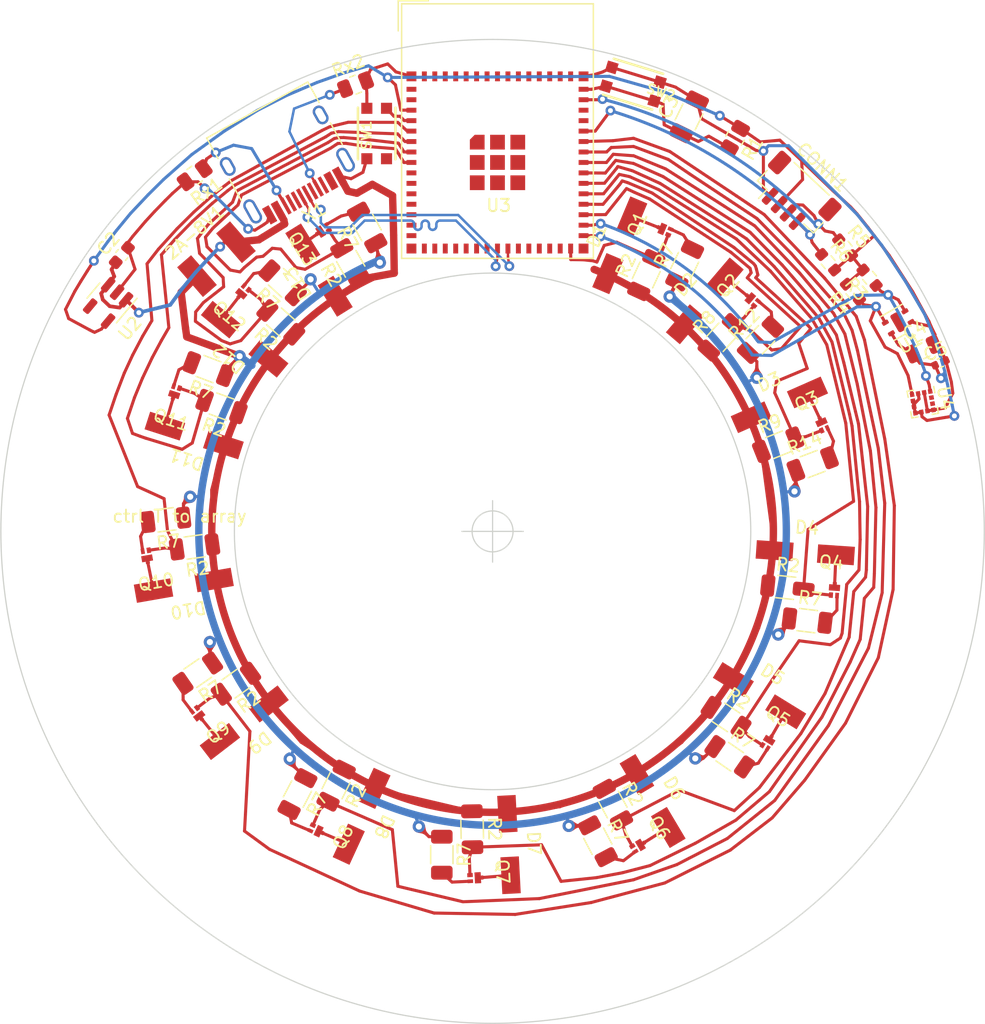
<source format=kicad_pcb>
(kicad_pcb (version 20211014) (generator pcbnew)
  (layers (0 "F.Cu" signal) (31 "B.Cu" signal) (34 "B.Paste" user) (35 "F.Paste" user) (36 "B.SilkS" user "B.Silkscreen") (37 "F.SilkS" user "F.Silkscreen") (38 "B.Mask" user) (39 "F.Mask" user) (44 "Edge.Cuts" user))
  (net 0 "")
  (net 1 "5V-fused")
  (net 2 "Net-(2A-8V1-Pad2)")
  (net 3 "/3.3V")
  (net 4 "GND")
  (net 5 "Net-(C3-Pad1)")
  (net 6 "Net-(D1-Pad2)")
  (net 7 "L1")
  (net 8 "Net-(Q1-Pad3)")
  (net 9 "Net-(Rx1-Pad1)")
  (net 10 "Net-(Rx2-Pad1)")
  (net 11 "Net-(SW1-PadB')")
  (net 12 "SCL_int")
  (net 13 "SDA_int")
  (net 17 "L2")
  (net 18 "L3")
  (net 19 "L4")
  (net 20 "L5")
  (net 21 "L6")
  (net 22 "L7")
  (net 23 "L8")
  (net 24 "L9")
  (net 25 "L10")
  (net 26 "L11")
  (net 27 "L12")
  (net 28 "L13")
  (net 30 "SDA")
  (net 31 "SCL")
  (net 34 "D-")
  (net 35 "D+")
  (net 39 "Net-(U3-Pad61)")
  (footprint "Resistor_SMD:R_0603_1608Metric" (layer "F.Cu") (at 178.682233 76.934338 -51)
    (fp_text reference "R5")
    (fp_text value "4.7K")
  )
  (footprint "lumi-tubule-board:DMN1045UFR4" (layer "F.Cu") (at 124.172648 88.635683 -17.8)
    (fp_text reference "Q11")
    (fp_text value "DMN1045UFR4")
  )
  (footprint "lumi-tubule-board:Flexible LED filament viamount" (layer "F.Cu") (at 160.348907 76.735048 67.2)
    (fp_text reference "D1")
    (fp_text value "flexible-led-filament")
  )
  (footprint "Resistor_SMD:R_1206_3216Metric" (layer "F.Cu") (at 137.270972 120.675057 -116.7)
    (fp_text reference "R2")
    (fp_text value "10k")
  )
  (footprint "Connector_USB:USB_C_Receptacle_HRO_TYPE-C-31-M-12" (layer "F.Cu") (at 132.743569 69.148483 -151)
    (fp_text reference "X1")
    (fp_text value "USB_C")
  )
  (footprint "Resistor_SMD:R_0805_2012Metric" (layer "F.Cu") (at 138.851892 63.672989 21)
    (fp_text reference "Rx2")
    (fp_text value "5.1K")
  )
  (footprint "Resistor_SMD:R_1206_3216Metric" (layer "F.Cu") (at 175.60312 107.258212 -6.9)
    (fp_text reference "R7")
    (fp_text value "18")
  )
  (footprint "lumi-tubule-board:DMN1045UFR4" (layer "F.Cu") (at 176.858713 91.350758 -156.2)
    (fp_text reference "Q3")
    (fp_text value "DMN1045UFR4")
  )
  (footprint "Connector_JST:JST_SH_BM04B-SRSS-TB_1x04-1MP_P1.00mm_Vertical" (layer "F.Cu") (at 174.582855 72.79436 -43)
    (fp_text reference "CONN1")
    (fp_text value "STEMMA_I2C_QTSKINNY")
  )
  (footprint "Resistor_SMD:R_1206_3216Metric" (layer "F.Cu") (at 138.459868 78.248811 119.8)
    (fp_text reference "R2")
    (fp_text value "10k")
  )
  (footprint "lumi-tubule-board:Flexible LED filament viamount" (layer "F.Cu") (at 151.334567 125.465053 -87)
    (fp_text reference "D7")
    (fp_text value "flexible-led-filament")
  )
  (footprint "RF_Module:ESP32-S2-MINI-1" (layer "F.Cu") (at 150.4 67.45)
    (fp_text reference "U3")
    (fp_text value "ESP32-S3-MINI-1")
  )
  (footprint "lumi-tubule-board:Flexible LED filament viamount" (layer "F.Cu") (at 139.34439 123.166959 -114.7)
    (fp_text reference "D8")
    (fp_text value "flexible-led-filament")
  )
  (footprint "Package_LGA:LGA-12_2x2mm_P0.5mm" (layer "F.Cu") (at 185 89.5 -80)
    (fp_text reference "U4")
    (fp_text value "LIS2Dx12")
  )
  (footprint "lumi-tubule-board:DMN1045UFR4" (layer "F.Cu") (at 161.813319 125.625092 120.7)
    (fp_text reference "Q6")
    (fp_text value "DMN1045UFR4")
  )
  (footprint "Resistor_SMD:R_1206_3216Metric" (layer "F.Cu") (at 134.122991 121.357014 -117.7)
    (fp_text reference "R7")
    (fp_text value "18")
  )
  (footprint "lumi-tubule-board:DMN1045UFR4" (layer "F.Cu") (at 136.23122 75.49148 -58.2)
    (fp_text reference "Q13")
    (fp_text value "DMN1045UFR4")
  )
  (footprint "Capacitor_SMD:C_1206_3216Metric" (layer "F.Cu") (at 165.984862 66.294543 64)
    (fp_text reference "C3")
    (fp_text value "1uF")
  )
  (footprint "lumi-tubule-board:Flexible LED filament viamount" (layer "F.Cu") (at 129.796614 115.558701 -142.4)
    (fp_text reference "D9")
    (fp_text value "flexible-led-filament")
  )
  (footprint "lumi-tubule-board:Flexible LED filament viamount" (layer "F.Cu") (at 173.331472 89.709594 23.8)
    (fp_text reference "D3")
    (fp_text value "flexible-led-filament")
  )
  (footprint "Resistor_SMD:R_1206_3216Metric" (layer "F.Cu") (at 176.042762 94.524968 20.8)
    (fp_text reference "R14")
    (fp_text value "18")
  )
  (footprint "Resistor_SMD:R_0603_1608Metric" (layer "F.Cu") (at 180.67288 79.37572 130)
    (fp_text reference "R3")
    (fp_text value "4.7K")
  )
  (footprint "lumi-tubule-board:Flexible LED filament viamount" (layer "F.Cu") (at 124.879711 104.384192 -170.1)
    (fp_text reference "D10")
    (fp_text value "flexible-led-filament")
  )
  (footprint "Resistor_SMD:R_1206_3216Metric" (layer "F.Cu") (at 169.294917 118.327782 -34.6)
    (fp_text reference "R7")
    (fp_text value "18")
  )
  (footprint "Resistor_SMD:R_1206_3216Metric" (layer "F.Cu") (at 125.75351 101.262476 -172.1)
    (fp_text reference "R2")
    (fp_text value "10k")
  )
  (footprint "Package_TO_SOT_SMD:SOT-23-5" (layer "F.Cu") (at 118.720771 81.423413 -130)
    (fp_text reference "U2")
    (fp_text value "VREG_SOT23-5")
  )
  (footprint "lumi-tubule-board:MF-NSMF200-2" (layer "F.Cu") (at 127.536762 77.864199 41)
    (fp_text reference "2A-8V1")
    (fp_text value "MF-NSMF200-2")
  )
  (footprint "lumi-tubule-board:Flexible LED filament viamount" (layer "F.Cu") (at 171.719036 113.361641 -31.6)
    (fp_text reference "D5")
    (fp_text value "flexible-led-filament")
  )
  (footprint "lumi-tubule-board:DMN1045UFR4" (layer "F.Cu") (at 164.039335 75.503953 -112.8)
    (fp_text reference "Q1")
    (fp_text value "DMN1045UFR4")
  )
  (footprint "Sensor_Humidity:Sensirion_DFN-4-1EP_2x2mm_P1mm_EP0.7x1.6mm" (layer "F.Cu") (at 183 83 -150)
    (fp_text reference "U1")
    (fp_text value "SHTC3")
  )
  (footprint "Resistor_SMD:R_1206_3216Metric" (layer "F.Cu") (at 159.790293 122.217928 -61.3)
    (fp_text reference "R2")
    (fp_text value "10k")
  )
  (footprint "Resistor_SMD:R_1206_3216Metric" (layer "F.Cu") (at 158.564074 125.19639 -62.3)
    (fp_text reference "R7")
    (fp_text value "18")
  )
  (footprint "Resistor_SMD:R_1206_3216Metric" (layer "F.Cu") (at 173.84774 104.557566 -5.9)
    (fp_text reference "R2")
    (fp_text value "10k")
  )
  (footprint "Resistor_SMD:R_1206_3216Metric" (layer "F.Cu") (at 145.870235 126.289664 -90)
    (fp_text reference "R7")
    (fp_text value "18")
  )
  (footprint "Resistor_SMD:R_1206_3216Metric" (layer "F.Cu") (at 129.119165 112.388577 -144.4)
    (fp_text reference "R2")
    (fp_text value "10k")
  )
  (footprint "lumi-tubule-board:DMN1045UFR4" (layer "F.Cu") (at 125.979717 114.806276 37.6)
    (fp_text reference "Q9")
    (fp_text value "DMN1045UFR4")
  )
  (footprint "Resistor_SMD:R_0603_1608Metric" (layer "F.Cu") (at 179.316624 80.531539 130)
    (fp_text reference "R4")
    (fp_text value "4.7K")
  )
  (footprint "Resistor_SMD:R_1206_3216Metric" (layer "F.Cu") (at 168.996089 115.120672 -33.6)
    (fp_text reference "R2")
    (fp_text value "10k")
  )
  (footprint "lumi-tubule-board:DMN1045UFR4" (layer "F.Cu") (at 148.547817 128.179621 93)
    (fp_text reference "Q7")
    (fp_text value "DMN1045UFR4")
  )
  (footprint "Resistor_SMD:R_1206_3216Metric" (layer "F.Cu") (at 132.770672 83.004787 138.5)
    (fp_text reference "R2")
    (fp_text value "10k")
  )
  (footprint "Resistor_SMD:R_1206_3216Metric" (layer "F.Cu") (at 168.580215 84.219672 47.5)
    (fp_text reference "R8")
    (fp_text value "10k")
  )
  (footprint "lumi-tubule-board:DMN1045UFR4" (layer "F.Cu") (at 121.850014 101.943745 9.9)
    (fp_text reference "Q10")
    (fp_text value "DMN1045UFR4")
  )
  (footprint "Resistor_SMD:R_1206_3216Metric" (layer "F.Cu") (at 162.503803 79.156836 65.2)
    (fp_text reference "R2")
    (fp_text value "10k")
  )
  (footprint "lumi-tubule-board:Flexible LED filament viamount" (layer "F.Cu") (at 135.877 78.754518 121.8)
    (fp_text reference "D13")
    (fp_text value "flexible-led-filament")
  )
  (footprint "lumi-tubule-board:DMN1045UFR4" (layer "F.Cu") (at 177.801064 104.827076 176.1)
    (fp_text reference "Q4")
    (fp_text value "DMN1045UFR4")
  )
  (footprint "lumi-tubule-board:DMN1045UFR4" (layer "F.Cu") (at 135.615175 124.275021 65.3)
    (fp_text reference "Q8")
    (fp_text value "DMN1045UFR4")
  )
  (footprint "Resistor_SMD:R_1206_3216Metric" (layer "F.Cu") (at 148.340436 124.222551 -89)
    (fp_text reference "R2")
    (fp_text value "10k")
  )
  (footprint "lumi-tubule-board:DMN1045UFR4" (layer "F.Cu") (at 129.713109 80.484327 -39.5)
    (fp_text reference "Q12")
    (fp_text value "DMN1045UFR4")
  )
  (footprint "lumi-tubule-board:BTN_KMR2_4.6X2.8" (layer "F.Cu") (at 161.423154 63.635757 -17)
    (fp_text reference "SW2")
    (fp_text value "SWITCH_TACT_SMT4.6X2.8")
  )
  (footprint "Capacitor_SMD:C_0402_1005Metric" (layer "F.Cu") (at 186.431742 86.293494 24)
    (fp_text reference "C5")
    (fp_text value "100nF")
  )
  (footprint "lumi-tubule-board:Flexible LED filament viamount" (layer "F.Cu") (at 163.018844 121.926232 -59.3)
    (fp_text reference "D6")
    (fp_text value "flexible-led-filament")
  )
  (footprint "Capacitor_SMD:C_0805_2012Metric" (layer "F.Cu") (at 185.037547 85.177195 24)
    (fp_text reference "C4")
    (fp_text value "10uF")
  )
  (footprint "Resistor_SMD:R_0603_1608Metric" (layer "F.Cu") (at 177.29956 78.115184 -50)
    (fp_text reference "R6")
    (fp_text value "4.7K")
  )
  (footprint "lumi-tubule-board:BTN_KMR2_4.6X2.8" (layer "F.Cu") (at 140.572246 67.647353 90)
    (fp_text reference "SW1")
    (fp_text value "SWITCH_TACT_SMT4.6X2.8")
  )
  (footprint "lumi-tubule-board:Flexible LED filament viamount" (layer "F.Cu") (at 167.263632 81.257369 49.5)
    (fp_text reference "D2")
    (fp_text value "flexible-led-filament")
  )
  (footprint "Resistor_SMD:R_1206_3216Metric" (layer "F.Cu") (at 126.890255 86.803747 159.2)
    (fp_text reference "R7")
    (fp_text value "18")
  )
  (footprint "Resistor_SMD:R_1206_3216Metric" (layer "F.Cu") (at 132.915479 79.787043 137.5)
    (fp_text reference "R7")
    (fp_text value "18")
  )
  (footprint "Resistor_SMD:R_1206_3216Metric" (layer "F.Cu") (at 165.627444 78.370882 64.2)
    (fp_text reference "R7")
    (fp_text value "18")
  )
  (footprint "Resistor_SMD:R_0805_2012Metric" (layer "F.Cu") (at 125.761772 71.036354 -144)
    (fp_text reference "Rx1")
    (fp_text value "5.1K")
  )
  (footprint "lumi-tubule-board:DMN1045UFR4" (layer "F.Cu") (at 171.153654 81.206564 -130.5)
    (fp_text reference "Q2")
    (fp_text value "DMN1045UFR4")
  )
  (footprint "Resistor_SMD:R_1206_3216Metric" (layer "F.Cu") (at 127.94546 89.847 160.2)
    (fp_text reference "R2")
    (fp_text value "10k")
  )
  (footprint "Resistor_SMD:R_1206_3216Metric" (layer "F.Cu") (at 123.404606 99.058502 -173.1)
    (fp_text reference "R7")
    (fp_text value "18")
  )
  (footprint "Resistor_SMD:R_1206_3216Metric" (layer "F.Cu") (at 126.01496 111.529061 -145.4)
    (fp_text reference "R7")
    (fp_text value "18")
  )
  (footprint "lumi-tubule-board:Flexible LED filament viamount" (layer "F.Cu") (at 129.831797 84.37287 140.5)
    (fp_text reference "D12")
    (fp_text value "flexible-led-filament")
  )
  (footprint "Resistor_SMD:R_1206_3216Metric" (layer "F.Cu") (at 173.233186 92.949807 21.8)
    (fp_text reference "R9")
    (fp_text value "10k")
  )
  (footprint "Resistor_SMD:R_1206_3216Metric" (layer "F.Cu") (at 139.794531 75.28557 118.8)
    (fp_text reference "R7")
    (fp_text value "18")
  )
  (footprint "Capacitor_SMD:C_0603_1608Metric" (layer "F.Cu") (at 119.839659 77.526129 50)
    (fp_text reference "C2")
    (fp_text value "22uF")
  )
  (footprint "lumi-tubule-board:Flexible LED filament viamount" (layer "F.Cu") (at 175.440949 101.734391 -3.9)
    (fp_text reference "D4")
    (fp_text value "flexible-led-filament")
  )
  (footprint "Resistor_SMD:R_0805_2012Metric" (layer "F.Cu") (at 169.720767 68.024659 -120)
    (fp_text reference "R1")
    (fp_text value "5.1K")
  )
  (footprint "Resistor_SMD:R_1206_3216Metric" (layer "F.Cu") (at 171.794942 84.420615 46.5)
    (fp_text reference "R12")
    (fp_text value "18")
  )
  (footprint "lumi-tubule-board:Flexible LED filament viamount" (layer "F.Cu") (at 125.720701 92.204769 162.2)
    (fp_text reference "D11")
    (fp_text value "flexible-led-filament")
  )
  (footprint "lumi-tubule-board:DMN1045UFR4" (layer "F.Cu") (at 172.371057 117.196966 148.4)
    (fp_text reference "Q5")
    (fp_text value "DMN1045UFR4")
  )
  (gr_arc (start 158.261628 78.698697) (mid 150.797264 122.830665) (end 140.272593 79.326888) (layer "F.Cu") (width 0.6))
  (gr_arc (start 158.786446 74.957547) (mid 165.902502 78.751025) (end 171.548484 84.508769) (layer "B.Cu") (width 0.25))
  (gr_arc (start 158.964796 64.861768) (mid 168.384704 68.752638) (end 176.333172 75.132323) (layer "B.Cu") (width 0.25))
  (gr_arc (start 158.777571 76.0093) (mid 165.706125 79.852001) (end 171.123266 85.633505) (layer "B.Cu") (width 0.25))
  (gr_arc (start 159.529777 65.772218) (mid 168.33696 69.738293) (end 175.826084 75.837898) (layer "B.Cu") (width 0.25))
  (gr_arc (start 182.187612 80.752614) (mid 183.90746 83.974116) (end 185.304737 87.34807) (layer "B.Cu") (width 0.25))
  (gr_arc (start 164.5 81.000001) (mid 146.859736 123.692358) (end 140.950358 77.878654) (layer "B.Cu") (width 0.6))
  (gr_circle (center 150 100) (end 171 99.5) (layer "Edge.Cuts") (width 0.1) (fill none))
  (gr_circle (center 150 100) (end 190 100.5) (layer "Edge.Cuts") (width 0.1) (fill none))
  (gr_text "ctrl T to array\n" (at 124.53052 98.7709) (layer "F.SilkS") (effects (font (size 1 1))))
  (target plus (at 150 100) (size 5) (width 0.1) (layer "Edge.Cuts"))
  (segment (start 125.013569 83.432456) (end 125.121697 84.180198) (width 0.6) (layer "F.Cu") (net 1))
  (segment (start 124.662225 80.554142) (end 125.013569 83.432456) (width 0.6) (layer "F.Cu") (net 1))
  (segment (start 127 110.479793) (end 127.218797 110.69859) (width 0.25) (layer "F.Cu") (net 1))
  (segment (start 135.194333 79.50247) (end 135.194333 79.574508) (width 0.25) (layer "F.Cu") (net 1))
  (segment (start 144.827164 124.827164) (end 145.870235 124.827164) (width 0.25) (layer "F.Cu") (net 1))
  (segment (start 174.675579 96.635553) (end 174.675579 95.044312) (width 0.25) (layer "F.Cu") (net 1))
  (segment (start 127 109) (end 127 110.479793) (width 0.25) (layer "F.Cu") (net 1))
  (segment (start 156.194614 123.946397) (end 157.839348 123.946397) (width 0.25) (layer "F.Cu") (net 1))
  (segment (start 157.839348 123.946397) (end 157.884243 123.901502) (width 0.25) (layer "F.Cu") (net 1))
  (segment (start 125.951872 79.241923) (end 124.662225 80.554142) (width 0.6) (layer "F.Cu") (net 1))
  (segment (start 140.826946 78.146639) (end 140.499096 76.567169) (width 0.25) (layer "F.Cu") (net 1))
  (segment (start 124.856514 97.726766) (end 124.856514 98.882802) (width 0.25) (layer "F.Cu") (net 1))
  (segment (start 128.257438 86.917098) (end 128.257438 87.323091) (width 0.25) (layer "F.Cu") (net 1))
  (segment (start 129.417531 85.757005) (end 128.257438 86.917098) (width 0.25) (layer "F.Cu") (net 1))
  (segment (start 125.121697 84.180198) (end 129.417531 85.757005) (width 0.6) (layer "F.Cu") (net 1))
  (segment (start 135.194333 79.574508) (end 133.993747 80.775094) (width 0.25) (layer "F.Cu") (net 1))
  (segment (start 173.240101 108.387994) (end 174.151212 107.476883) (width 0.25) (layer "F.Cu") (net 1))
  (segment (start 164.406851 80.904943) (end 164.990919 79.687598) (width 0.3) (layer "F.Cu") (net 1))
  (segment (start 133.5 118.5) (end 133.5 118.759304) (width 0.25) (layer "F.Cu") (net 1))
  (segment (start 171.5 87.5) (end 171.5 86.193252) (width 0.25) (layer "F.Cu") (net 1))
  (segment (start 133.5 118.759304) (end 134.802822 120.062126) (width 0.25) (layer "F.Cu") (net 1))
  (segment (start 125.398017 97.185263) (end 124.856514 97.726766) (width 0.25) (layer "F.Cu") (net 1))
  (segment (start 174.151212 107.476883) (end 174.151212 107.082512) (width 0.25) (layer "F.Cu") (net 1))
  (segment (start 167.126045 118.462346) (end 168.09108 117.497311) (width 0.25) (layer "F.Cu") (net 1))
  (segment (start 144 124) (end 144.827164 124.827164) (width 0.25) (layer "F.Cu") (net 1))
  (segment (start 174.563094 96.748038) (end 174.675579 96.635553) (width 0.25) (layer "F.Cu") (net 1))
  (segment (start 171.5 86.193252) (end 170.788223 85.481475) (width 0.25) (layer "F.Cu") (net 1))
  (segment (start 166.490649 118.462346) (end 167.126045 118.462346) (width 0.25) (layer "F.Cu") (net 1))
  (via (at 133.5 118.5) (size 1) (drill 0.5) (layers "F.Cu" "B.Cu") (net 1))
  (via (at 127 109) (size 1) (drill 0.5) (layers "F.Cu" "B.Cu") (net 1))
  (via (at 171.5 87.5) (size 1) (drill 0.5) (layers "F.Cu" "B.Cu") (net 1))
  (via (at 144 124) (size 1) (drill 0.5) (layers "F.Cu" "B.Cu") (net 1))
  (via (at 135.194333 79.50247) (size 1) (drill 0.5) (layers "F.Cu" "B.Cu") (net 1))
  (via (at 140.826946 78.146639) (size 1) (drill 0.5) (layers "F.Cu" "B.Cu") (net 1))
  (via (at 156.194614 123.946397) (size 1) (drill 0.5) (layers "F.Cu" "B.Cu") (net 1))
  (via (at 174.563094 96.748038) (size 1) (drill 0.5) (layers "F.Cu" "B.Cu") (net 1))
  (via (at 164.406851 80.904943) (size 1) (drill 0.5) (layers "F.Cu" "B.Cu") (net 1))
  (via (at 129.417531 85.757005) (size 1) (drill 0.5) (layers "F.Cu" "B.Cu") (net 1))
  (via (at 173.240101 108.387994) (size 1) (drill 0.5) (layers "F.Cu" "B.Cu") (net 1))
  (via (at 166.490649 118.462346) (size 1) (drill 0.5) (layers "F.Cu" "B.Cu") (net 1))
  (via (at 125.398017 97.185263) (size 1) (drill 0.5) (layers "F.Cu" "B.Cu") (net 1))
  (segment (start 140.155198 78.155198) (end 140.245931 78.106512) (width 0.1) (layer "B.Cu") (net 1))
  (segment (start 173.661761 96.561435) (end 173.688967 96.811033) (width 0.1) (layer "B.Cu") (net 1))
  (segment (start 129.141234 88.271129) (end 130.415812 86.499375) (width 0.1) (layer "B.Cu") (net 1))
  (segment (start 171.615462 89.80157) (end 172.422671 91.676841) (width 0.1) (layer "B.Cu") (net 1))
  (segment (start 171.02496 111.379852) (end 169.733643 113.514573) (width 0.1) (layer "B.Cu") (net 1))
  (segment (start 164.760897 80.904943) (end 165.50494 81.648986) (width 0.3) (layer "B.Cu") (net 1))
  (segment (start 130.415812 86.499375) (end 129.417531 85.757005) (width 0.6) (layer "B.Cu") (net 1))
  (segment (start 171.5 87.5) (end 170.600842 87.899158) (width 0.25) (layer "B.Cu") (net 1))
  (segment (start 135.900225 80.641844) (end 136.097827 80.468464) (width 0.1) (layer "B.Cu") (net 1))
  (segment (start 170.529147 87.76473) (end 170.600842 87.899158) (width 0.1) (layer "B.Cu") (net 1))
  (segment (start 127.447845 108.052155) (end 126.144729 102.431087) (width 0.1) (layer "B.Cu") (net 1))
  (segment (start 127.531347 108.412347) (end 127.447845 108.052155) (width 0.1) (layer "B.Cu") (net 1))
  (segment (start 173.688967 96.811033) (end 173.883725 98.597854) (width 0.1) (layer "B.Cu") (net 1))
  (segment (start 173.883725 98.597854) (end 173.890323 101.155726) (width 0.1) (layer "B.Cu") (net 1))
  (segment (start 125.398017 97.185263) (end 126.170971 97.15915) (width 0.25) (layer "B.Cu") (net 1))
  (segment (start 130.415812 86.499375) (end 132.455017 83.664736) (width 0.1) (layer "B.Cu") (net 1))
  (segment (start 166.622591 82.824087) (end 168.100606 84.349106) (width 0.1) (layer "B.Cu") (net 1))
  (segment (start 172.255724 108.744276) (end 172.247064 108.77113) (width 0.1) (layer "B.Cu") (net 1))
  (segment (start 170.600842 87.899158) (end 171.615462 89.80157) (width 0.1) (layer "B.Cu") (net 1))
  (segment (start 127 109) (end 127.613854 108.704728) (width 0.25) (layer "B.Cu") (net 1))
  (segment (start 144 124) (end 143.735979 123.148103) (width 0.25) (layer "B.Cu") (net 1))
  (segment (start 172.247064 108.77113) (end 171.02496 111.379852) (width 0.1) (layer "B.Cu") (net 1))
  (segment (start 143.735979 123.148103) (end 138.988574 121.220939) (width 0.1) (layer "B.Cu") (net 1))
  (segment (start 165.81322 117.81322) (end 164.29668 119.181052) (width 0.1) (layer "B.Cu") (net 1))
  (segment (start 154.194371 123.535886) (end 149.094436 123.958922) (width 0.1) (layer "B.Cu") (net 1))
  (segment (start 168.100606 84.349106) (end 168.978014 85.451088) (width 0.1) (layer "B.Cu") (net 1))
  (segment (start 159.635085 121.902497) (end 155.995237 122.995237) (width 0.1) (layer "B.Cu") (net 1))
  (segment (start 126.170971 97.15915) (end 126.24524 97.25476) (width 0.25) (layer "B.Cu") (net 1))
  (segment (start 165.50494 81.648986) (end 165.567612 81.821334) (width 0.1) (layer "B.Cu") (net 1))
  (segment (start 167.545627 116.250688) (end 165.81322 117.81322) (width 0.1) (layer "B.Cu") (net 1))
  (segment (start 139.76414 78.365034) (end 140.155198 78.155198) (width 0.1) (layer "B.Cu") (net 1))
  (segment (start 155.995237 122.995237) (end 154.194371 123.535886) (width 0.1) (layer "B.Cu") (net 1))
  (segment (start 140.826946 78.146639) (end 140.155198 78.155198) (width 0.25) (layer "B.Cu") (net 1))
  (segment (start 126.24524 97.25476) (end 126.262239 96.37932) (width 0.1) (layer "B.Cu") (net 1))
  (segment (start 126.144729 102.431087) (end 126.24524 97.25476) (width 0.1) (layer "B.Cu") (net 1))
  (segment (start 173.890323 101.155726) (end 173.529959 104.325533) (width 0.1) (layer "B.Cu") (net 1))
  (segment (start 136.097827 80.468464) (end 139.76414 78.365034) (width 0.1) (layer "B.Cu") (net 1))
  (segment (start 135.194333 79.50247) (end 135.900225 80.641844) (width 0.25) (layer "B.Cu") (net 1))
  (segment (start 133.85471 117.64529) (end 130.445595 113.770804) (width 0.1) (layer "B.Cu") (net 1))
  (segment (start 127.613854 108.704728) (end 127.447845 108.052155) (width 0.25) (layer "B.Cu") (net 1))
  (segment (start 172.422671 91.676841) (end 173.284411 94.489247) (width 0.1) (layer "B.Cu") (net 1))
  (segment (start 156.194614 123.946397) (end 155.995237 122.995237) (width 0.25) (layer "B.Cu") (net 1))
  (segment (start 166.490649 118.462346) (end 165.81322 117.81322) (width 0.25) (layer "B.Cu") (net 1))
  (segment (start 130.445595 113.770804) (end 127.531347 108.412347) (width 0.1) (layer "B.Cu") (net 1))
  (segment (start 132.455017 83.664736) (end 133.898338 82.398338) (width 0.1) (layer "B.Cu") (net 1))
  (segment (start 173.240101 108.387994) (end 172.488036 108.199977) (width 0.25) (layer "B.Cu") (net 1))
  (segment (start 168.978014 85.451088) (end 170.529147 87.76473) (width 0.1) (layer "B.Cu") (net 1))
  (segment (start 138.988574 121.220939) (end 134.147161 117.977662) (width 0.1) (layer "B.Cu") (net 1))
  (segment (start 133.5 118.5) (end 133.85471 117.64529) (width 0.25) (layer "B.Cu") (net 1))
  (segment (start 126.262239 96.37932) (end 127.590102 91.56141) (width 0.1) (layer "B.Cu") (net 1))
  (segment (start 133.898338 82.398338) (end 135.900225 80.641844) (width 0.1) (layer "B.Cu") (net 1))
  (segment (start 174.563094 96.748038) (end 173.688967 96.811033) (width 0.25) (layer "B.Cu") (net 1))
  (segment (start 164.406851 80.904943) (end 164.760897 80.904943) (width 0.3) (layer "B.Cu") (net 1))
  (segment (start 172.488036 108.199977) (end 172.255724 108.744276) (width 0.25) (layer "B.Cu") (net 1))
  (segment (start 165.567612 81.821334) (end 166.622591 82.824087) (width 0.1) (layer "B.Cu") (net 1))
  (segment (start 169.733643 113.514573) (end 167.545627 116.250688) (width 0.1) (layer "B.Cu") (net 1))
  (segment (start 149.094436 123.958922) (end 143.735979 123.148103) (width 0.1) (layer "B.Cu") (net 1))
  (segment (start 127.590102 91.56141) (end 129.141234 88.271129) (width 0.1) (layer "B.Cu") (net 1))
  (segment (start 173.100971 106.123238) (end 172.255724 108.744276) (width 0.1) (layer "B.Cu") (net 1))
  (segment (start 164.29668 119.181052) (end 159.635085 121.902497) (width 0.1) (layer "B.Cu") (net 1))
  (segment (start 173.529959 104.325533) (end 173.100971 106.123238) (width 0.1) (layer "B.Cu") (net 1))
  (segment (start 134.147161 117.977662) (end 133.85471 117.64529) (width 0.1) (layer "B.Cu") (net 1))
  (segment (start 173.284411 94.489247) (end 173.661761 96.561435) (width 0.1) (layer "B.Cu") (net 1))
  (segment (start 130.977466 76.288281) (end 129.121652 76.486475) (width 0.6) (layer "F.Cu") (net 2))
  (segment (start 118.156638 80.64975) (end 118.7242 79.941389) (width 0.3) (layer "F.Cu") (net 2))
  (segment (start 120.179684 81.162686) (end 119.657665 81.806321) (width 0.3) (layer "F.Cu") (net 2))
  (segment (start 119.657665 81.806321) (end 118.846872 81.689207) (width 0.3) (layer "F.Cu") (net 2))
  (segment (start 127.837841 76.851343) (end 128.202709 76.486475) (width 0.3) (layer "F.Cu") (net 2))
  (segment (start 119.219236 79.268751) (end 119.003025 78.704199) (width 0.3) (layer "F.Cu") (net 2))
  (segment (start 128.202709 76.486475) (end 129.121652 76.486475) (width 0.3) (layer "F.Cu") (net 2))
  (segment (start 119.003025 78.704199) (end 119.341499 78.119813) (width 0.3) (layer "F.Cu") (net 2))
  (segment (start 118.7242 79.941389) (end 119.219236 79.268751) (width 0.3) (layer "F.Cu") (net 2))
  (segment (start 118.288326 81.157687) (end 118.156638 80.64975) (width 0.3) (layer "F.Cu") (net 2))
  (segment (start 133.08288 74.999021) (end 133.021487 74.692054) (width 0.6) (layer "F.Cu") (net 2))
  (segment (start 133.021487 74.692054) (end 132.561806 73.874103) (width 0.6) (layer "F.Cu") (net 2))
  (segment (start 133.08288 74.999021) (end 130.977466 76.288281) (width 0.6) (layer "F.Cu") (net 2))
  (segment (start 118.846872 81.689207) (end 118.288326 81.157687) (width 0.3) (layer "F.Cu") (net 2))
  (segment (start 121.220794 82.213185) (end 120.179684 81.162686) (width 0.3) (layer "F.Cu") (net 2))
  (via (at 127.837841 76.851343) (size 0.8) (drill 0.4) (layers "F.Cu" "B.Cu") (net 2))
  (via (at 121.220794 82.213185) (size 0.8) (drill 0.4) (layers "F.Cu" "B.Cu") (net 2))
  (segment (start 126.907287 77.785745) (end 125.850254 78.922857) (width 0.3) (layer "B.Cu") (net 2))
  (segment (start 123.779295 81.582569) (end 121.220794 82.213185) (width 0.3) (layer "B.Cu") (net 2))
  (segment (start 127.681377 76.987632) (end 126.907287 77.785745) (width 0.3) (layer "B.Cu") (net 2))
  (segment (start 125.850254 78.922857) (end 124.680176 80.34536) (width 0.3) (layer "B.Cu") (net 2))
  (segment (start 127.817666 76.851343) (end 127.681377 76.987632) (width 0.3) (layer "B.Cu") (net 2))
  (segment (start 124.680176 80.34536) (end 123.779295 81.582569) (width 0.3) (layer "B.Cu") (net 2))
  (segment (start 127.837841 76.851343) (end 127.817666 76.851343) (width 0.3) (layer "B.Cu") (net 2))
  (segment (start 184.051073 82.970513) (end 185.671662 83.336802) (width 0.25) (layer "F.Cu") (net 3))
  (segment (start 117.027048 78.824317) (end 117.561571 77.995506) (width 0.25) (layer "F.Cu") (net 3))
  (segment (start 180.534128 75.279962) (end 181.047475 75.954257) (width 0.25) (layer "F.Cu") (net 3))
  (segment (start 116.495529 79.671144) (end 117.027048 78.824317) (width 0.25) (layer "F.Cu") (net 3))
  (segment (start 185.871013 90.12068) (end 185.378609 90.207504) (width 0.25) (layer "F.Cu") (net 3))
  (segment (start 178.786324 79.899552) (end 180.14258 78.743733) (width 0.25) (layer "F.Cu") (net 3))
  (segment (start 117.234251 83.62601) (end 115.513569 82.698103) (width 0.25) (layer "F.Cu") (net 3))
  (segment (start 177.82986 78.747171) (end 179.201422 77.575483) (width 0.25) (layer "F.Cu") (net 3))
  (segment (start 117.234251 83.62601) (end 117.480132 83.750262) (width 0.25) (layer "F.Cu") (net 3))
  (segment (start 171.771868 68.332527) (end 173.374819 68.188979) (width 0.25) (layer "F.Cu") (net 3))
  (segment (start 118.717342 82.905437) (end 118.171167 83.55394) (width 0.25) (layer "F.Cu") (net 3))
  (segment (start 142.538703 65.74354) (end 142.095065 63.683792) (width 0.25) (layer "F.Cu") (net 3))
  (segment (start 185.671662 83.336802) (end 185.998487 84.00605) (width 0.25) (layer "F.Cu") (net 3))
  (segment (start 185.905415 84.790795) (end 186.442921 85.159178) (width 0.25) (layer "F.Cu") (net 3))
  (segment (start 180.14258 78.743733) (end 179.201422 77.575483) (width 0.25) (layer "F.Cu") (net 3))
  (segment (start 143.4 65.75) (end 142.538703 65.74354) (width 0.25) (layer "F.Cu") (net 3))
  (segment (start 179.201422 77.575483) (end 181.047475 75.954257) (width 0.25) (layer "F.Cu") (net 3))
  (segment (start 116.018062 80.463919) (end 116.495529 79.671144) (width 0.25) (layer "F.Cu") (net 3))
  (segment (start 175.145224 69.85356) (end 175.222013 71.389355) (width 0.25) (layer "F.Cu") (net 3))
  (segment (start 184.179176 80.515398) (end 185.4974 82.921477) (width 0.25) (layer "F.Cu") (net 3))
  (segment (start 187.444785 88.761098) (end 186.830467 89.961294) (width 0.25) (layer "F.Cu") (net 3))
  (segment (start 177.694574 72.300426) (end 179.140781 73.631449) (width 0.25) (layer "F.Cu") (net 3))
  (segment (start 186.442921 85.159178) (end 186.870244 86.09826) (width 0.25) (layer "F.Cu") (net 3))
  (segment (start 117.480132 83.750262) (end 117.620269 83.810321) (width 0.25) (layer "F.Cu") (net 3))
  (segment (start 117.620269 83.810321) (end 118.171167 83.55394) (width 0.25) (layer "F.Cu") (net 3))
  (segment (start 115.513569 82.698103) (end 115.252313 81.950372) (width 0.25) (layer "F.Cu") (net 3))
  (segment (start 181.047475 75.954257) (end 182.259432 77.546194) (width 0.25) (layer "F.Cu") (net 3))
  (segment (start 115.252313 81.950372) (end 116.018062 80.463919) (width 0.25) (layer "F.Cu") (net 3))
  (segment (start 182.259432 77.546194) (end 184.179176 80.515398) (width 0.25) (layer "F.Cu") (net 3))
  (segment (start 170.177017 67.234411) (end 171.771868 68.332527) (width 0.25) (layer "F.Cu") (net 3))
  (segment (start 179.140781 73.631449) (end 179.652712 74.181775) (width 0.25) (layer "F.Cu") (net 3))
  (segment (start 187.323112 87.84642) (end 187.444785 88.761098) (width 0.25) (layer "F.Cu") (net 3))
  (segment (start 173.374819 68.188979) (end 175.145224 69.85356) (width 0.25) (layer "F.Cu") (net 3))
  (segment (start 185.4974 82.921477) (end 185.671662 83.336802) (width 0.25) (layer "F.Cu") (net 3))
  (segment (start 186.830467 89.961294) (end 185.871013 90.12068) (width 0.25) (layer "F.Cu") (net 3))
  (segment (start 185.378609 90.207504) (end 185.113795 88.705672) (width 0.25) (layer "F.Cu") (net 3))
  (segment (start 186.870244 86.09826) (end 187.323112 87.84642) (width 0.25) (layer "F.Cu") (net 3))
  (segment (start 180.534128 75.279962) (end 179.652712 74.181775) (width 0.25) (layer "F.Cu") (net 3))
  (segment (start 168.485494 66.198398) (end 170.177017 67.234411) (width 0.25) (layer "F.Cu") (net 3))
  (segment (start 142.095065 63.683792) (end 141.467634 63.087373) (width 0.25) (layer "F.Cu") (net 3))
  (segment (start 175.222013 71.389355) (end 173.31353 73.422404) (width 0.25) (layer "F.Cu") (net 3))
  (segment (start 175.145224 69.85356) (end 177.694574 72.300426) (width 0.25) (layer "F.Cu") (net 3))
  (segment (start 185.998487 84.00605) (end 185.905415 84.790795) (width 0.25) (layer "F.Cu") (net 3))
  (via (at 117.561571 77.995506) (size 0.8) (drill 0.4) (layers "F.Cu" "B.Cu") (net 3))
  (via (at 141.467634 63.087373) (size 0.8) (drill 0.4) (layers "F.Cu" "B.Cu") (net 3))
  (via (at 168.485494 66.198398) (size 0.8) (drill 0.4) (layers "F.Cu" "B.Cu") (net 3))
  (segment (start 164.036195 64.288494) (end 168.485494 66.198398) (width 0.25) (layer "B.Cu") (net 3))
  (segment (start 125.534058 69.351496) (end 123.233809 71.38148) (width 0.25) (layer "B.Cu") (net 3))
  (segment (start 118.699217 76.436915) (end 117.561571 77.995506) (width 0.25) (layer "B.Cu") (net 3))
  (segment (start 141.467634 63.087373) (end 159.5 63) (width 0.25) (layer "B.Cu") (net 3))
  (segment (start 159.5 63) (end 164.036195 64.288494) (width 0.25) (layer "B.Cu") (net 3))
  (segment (start 139.912113 62.138445) (end 137.948193 62.702997) (width 0.25) (layer "B.Cu") (net 3))
  (segment (start 119.396966 75.535456) (end 118.699217 76.436915) (width 0.25) (layer "B.Cu") (net 3))
  (segment (start 137.948193 62.702997) (end 135.714009 63.495772) (width 0.25) (layer "B.Cu") (net 3))
  (segment (start 130.849253 65.778003) (end 128.152617 67.465652) (width 0.25) (layer "B.Cu") (net 3))
  (segment (start 120.546089 74.142094) (end 119.396966 75.535456) (width 0.25) (layer "B.Cu") (net 3))
  (segment (start 128.152617 67.465652) (end 125.534058 69.351496) (width 0.25) (layer "B.Cu") (net 3))
  (segment (start 141.467634 63.087373) (end 139.912113 62.138445) (width 0.25) (layer "B.Cu") (net 3))
  (segment (start 123.233809 71.38148) (end 121.971483 72.632618) (width 0.25) (layer "B.Cu") (net 3))
  (segment (start 135.714009 63.495772) (end 133.215567 64.564817) (width 0.25) (layer "B.Cu") (net 3))
  (segment (start 121.971483 72.632618) (end 120.546089 74.142094) (width 0.25) (layer "B.Cu") (net 3))
  (segment (start 133.215567 64.564817) (end 130.849253 65.778003) (width 0.25) (layer "B.Cu") (net 3))
  (segment (start 121.743181 74.811925) (end 122.493915 73.995126) (width 0.25) (layer "F.Cu") (net 4))
  (segment (start 120.734195 75.995081) (end 120.421901 76.403928) (width 0.25) (layer "F.Cu") (net 4))
  (segment (start 139.186692 79.517918) (end 137.194389 80.87925) (width 0.2) (layer "F.Cu") (net 4))
  (segment (start 141.467378 61.987189) (end 142 62.5) (width 0.25) (layer "F.Cu") (net 4))
  (segment (start 184.205672 89.386205) (end 184.259522 89.691601) (width 0.25) (layer "F.Cu") (net 4))
  (segment (start 127.742221 105.257779) (end 127.342484 103.954369) (width 0.25) (layer "F.Cu") (net 4))
  (segment (start 158.934616 62.648923) (end 158.200449 62.877754) (width 0.25) (layer "F.Cu") (net 4))
  (segment (start 123.370772 73.094246) (end 123.953341 72.517682) (width 0.25) (layer "F.Cu") (net 4))
  (segment (start 172.392987 104.407232) (end 172.946738 101.564353) (width 0.25) (layer "F.Cu") (net 4))
  (segment (start 182.880549 84.612651) (end 183.034128 84.840176) (width 0.25) (layer "F.Cu") (net 4))
  (segment (start 130.660156 75.508007) (end 131.370183 75.062238) (width 0.25) (layer "F.Cu") (net 4))
  (segment (start 184.169679 85.563595) (end 183.034128 84.840176) (width 0.25) (layer "F.Cu") (net 4))
  (segment (start 139.450999 70.798382) (end 139.772246 69.697353) (width 0.25) (layer "F.Cu") (net 4))
  (segment (start 131.777338 114.033338) (end 130.308325 111.537222) (width 0.25) (layer "F.Cu") (net 4))
  (segment (start 122.493915 73.995126) (end 123.370772 73.094246) (width 0.25) (layer "F.Cu") (net 4))
  (segment (start 120.911368 78.687214) (end 120.337819 76.932445) (width 0.25) (layer "F.Cu") (net 4))
  (segment (start 172.031899 69.063799) (end 172.031899 72.190128) (width 0.25) (layer "F.Cu") (net 4))
  (segment (start 137.928101 119.368501) (end 140.389058 120.895689) (width 0.25) (layer "F.Cu") (net 4))
  (segment (start 161.890354 80.484461) (end 159.380118 79.039706) (width 0.25) (layer "F.Cu") (net 4))
  (segment (start 142 62.5) (end 142.123584 62.63106) (width 0.25) (layer "F.Cu") (net 4))
  (segment (start 129.321498 90.342404) (end 128.101024 92.969007) (width 0.2) (layer "F.Cu") (net 4))
  (segment (start 119.451942 80.552037) (end 120.911368 78.687214) (width 0.25) (layer "F.Cu") (net 4))
  (segment (start 158.200449 62.877754) (end 157.4 63) (width 0.25) (layer "F.Cu") (net 4))
  (segment (start 159.087966 120.935102) (end 161.742487 119.776601) (width 0.25) (layer "F.Cu") (net 4))
  (segment (start 165.393041 117.160122) (end 167.777942 114.311337) (width 0.25) (layer "F.Cu") (net 4))
  (segment (start 126.03814 71.572708) (end 126.570557 72.105125) (width 0.25) (layer "F.Cu") (net 4))
  (segment (start 171.875275 93.492932) (end 171.044073 90.718457) (width 0.25) (layer "F.Cu") (net 4))
  (segment (start 140.064506 62.442966) (end 139.703784 63.345978) (width 0.25) (layer "F.Cu") (net 4))
  (segment (start 171.653588 107.838352) (end 172.392987 104.407232) (width 0.25) (layer "F.Cu") (net 4))
  (segment (start 139.772246 65.597353) (end 139.771864 64.396391) (width 0.25) (layer "F.Cu") (net 4))
  (segment (start 130.389478 87.90546) (end 129.321498 90.342404) (width 0.2) (layer "F.Cu") (net 4))
  (segment (start 137.928101 119.368501) (end 134.420072 117.141954) (width 0.25) (layer "F.Cu") (net 4))
  (segment (start 127.146202 96.636455) (end 128.101024 92.969007) (width 0.25) (layer "F.Cu") (net 4))
  (segment (start 184.259522 89.691601) (end 184.292496 89.878609) (width 0.25) (layer "F.Cu") (net 4))
  (segment (start 167.015935 66.451415) (end 166.631459 64.968822) (width 0.25) (layer "F.Cu") (net 4))
  (segment (start 138.229803 72.337908) (end 137.547138 71.110688) (width 0.6) (layer "F.Cu") (net 4))
  (segment (start 164.87616 63.872017) (end 163.617476 63.470075) (width 0.25) (layer "F.Cu") (net 4))
  (segment (start 155.484345 122.384916) (end 159.087966 120.935102) (width 0.25) (layer "F.Cu") (net 4))
  (segment (start 142 79) (end 139.186692 79.517918) (width 0.6) (layer "F.Cu") (net 4))
  (segment (start 167.592164 85.29794) (end 171.044073 90.718457) (width 0.25) (layer "F.Cu") (net 4))
  (segment (start 131.760858 85.963066) (end 130.389478 87.90546) (width 0.2) (layer "F.Cu") (net 4))
  (segment (start 166.631459 64.968822) (end 164.87616 63.872017) (width 0.25) (layer "F.Cu") (net 4))
  (segment (start 131.370183 75.062238) (end 131.67715 74.846027) (width 0.25) (layer "F.Cu") (net 4))
  (segment (start 137.194389 80.87925) (end 133.86602 83.973869) (width 0.2) (layer "F.Cu") (net 4))
  (segment (start 161.742487 119.776601) (end 165.393041 117.160122) (width 0.25) (layer "F.Cu") (net 4))
  (segment (start 141.951682 75.911356) (end 141.864856 72.702765) (width 0.6) (layer "F.Cu") (net 4))
  (segment (start 185.99324 86.488728) (end 186.474403 87.54866) (width 0.25) (layer "F.Cu") (net 4))
  (segment (start 165.640012 83.158384) (end 161.890354 80.484461) (width 0.25) (layer "F.Cu") (net 4))
  (segment (start 148.314912 122.760274) (end 151.203727 122.968479) (width 0.25) (layer "F.Cu") (net 4))
  (segment (start 184.621391 88.792496) (end 184.698873 89.228655) (width 0.25) (layer "F.Cu") (net 4))
  (segment (start 172.031899 72.190128) (end 172.582177 72.740406) (width 0.25) (layer "F.Cu") (net 4))
  (segment (start 138.959516 72.500067) (end 138.229803 72.337908) (width 0.6) (layer "F.Cu") (net 4))
  (segment (start 167.592164 85.29794) (end 165.640012 83.158384) (width 0.25) (layer "F.Cu") (net 4))
  (segment (start 187.569923 90.610851) (end 185.340176 90.98058) (width 0.25) (layer "F.Cu") (net 4))
  (segment (start 185.99324 86.488728) (end 184.764009 86.324223) (width 0.25) (layer "F.Cu") (net 4))
  (segment (start 140.389058 120.895689) (end 148.314912 122.760274) (width 0.25) (layer "F.Cu") (net 4))
  (segment (start 184.292496 89.878609) (end 184.393801 90.381152) (width 0.25) (layer "F.Cu") (net 4))
  (segment (start 139.771864 64.396391) (end 139.703784 63.345978) (width 0.25) (layer "F.Cu") (net 4))
  (segment (start 167.777942 114.311337) (end 169.589719 112.051676) (width 0.25) (layer "F.Cu") (net 4))
  (segment (start 143.4 63) (end 142.123584 62.63106) (width 0.25) (layer "F.Cu") (net 4))
  (segment (start 131.67715 74.846027) (end 131.86211 74.261951) (width 0.25) (layer "F.Cu") (net 4))
  (segment (start 182.448927 83.895513) (end 182.880549 84.612651) (width 0.25) (layer "F.Cu") (net 4))
  (segment (start 184.393801 90.381152) (end 184.886205 90.294328) (width 0.25) (layer "F.Cu") (net 4))
  (segment (start 184.764009 86.324223) (end 184.169679 85.563595) (width 0.25) (layer "F.Cu") (net 4))
  (segment (start 137.547138 71.110688) (end 138.490059 71.320893) (width 0.25) (layer "F.Cu") (net 4))
  (segment (start 128.485816 107.682397) (end 127.742221 105.257779) (width 0.25) (layer "F.Cu") (net 4))
  (segment (start 127.342484 103.954369) (end 127.20213 101.061463) (width 0.25) (layer "F.Cu") (net 4))
  (segment (start 159.696627 62.271351) (end 158.934616 62.648923) (width 0.25) (layer "F.Cu") (net 4))
  (segment (start 142 79) (end 141.951682 75.911356) (width 0.6) (layer "F.Cu") (net 4))
  (segment (start 123.953341 72.517682) (end 125.023544 71.572708) (width 0.25) (layer "F.Cu") (net 4))
  (segment (start 130.308325 111.537222) (end 128.485816 107.682397) (width 0.25) (layer "F.Cu") (net 4))
  (segment (start 163.617476 63.470075) (end 159.696627 62.271351) (width 0.25) (layer "F.Cu") (net 4))
  (segment (start 140.216245 71.783867) (end 138.959516 72.500067) (width 0.6) (layer "F.Cu") (net 4))
  (segment (start 169.589719 112.051676) (end 171.653588 107.838352) (width 0.25) (layer "F.Cu") (net 4))
  (segment (start 171.457708 69.031899) (end 172.031899 69.063799) (width 0.25) (layer "F.Cu") (net 4))
  (segment (start 151.203727 122.968479) (end 155.484345 122.384916) (width 0.25) (layer "F.Cu") (net 4))
  (segment (start 127.20213 101.061463) (end 127.146202 96.636455) (width 0.25) (layer "F.Cu") (net 4))
  (segment (start 125.023544 71.572708) (end 126.03814 71.572708) (width 0.25) (layer "F.Cu") (net 4))
  (segment (start 184.698873 89.228655) (end 184.259522 89.691601) (width 0.25) (layer "F.Cu") (net 4))
  (segment (start 120.734195 75.995081) (end 121.743181 74.811925) (width 0.25) (layer "F.Cu") (net 4))
  (segment (start 171.457708 69.031899) (end 167.015935 66.451415) (width 0.25) (layer "F.Cu") (net 4))
  (segment (start 133.86602 83.973869) (end 131.760858 85.963066) (width 0.2) (layer "F.Cu") (net 4))
  (segment (start 171.875275 93.492932) (end 172.946738 101.564353) (width 0.25) (layer "F.Cu") (net 4))
  (segment (start 141.864856 72.702765) (end 140.216245 71.783867) (width 0.6) (layer "F.Cu") (net 4))
  (segment (start 184.936319 90.673421) (end 184.886205 90.294328) (width 0.25) (layer "F.Cu") (net 4))
  (segment (start 130.113304 75.394802) (end 130.660156 75.508007) (width 0.25) (layer "F.Cu") (net 4))
  (segment (start 134.420072 117.141954) (end 131.777338 114.033338) (width 0.25) (layer "F.Cu") (net 4))
  (segment (start 185.340176 90.98058) (end 184.936319 90.673421) (width 0.25) (layer "F.Cu") (net 4))
  (segment (start 138.490059 71.320893) (end 139.450999 70.798382) (width 0.25) (layer "F.Cu") (net 4))
  (segment (start 120.421901 76.403928) (end 120.337819 76.932445) (width 0.25) (layer "F.Cu") (net 4))
  (segment (start 141.467378 61.987189) (end 140.064506 62.442966) (width 0.25) (layer "F.Cu") (net 4))
  (via (at 130.113304 75.394802) (size 0.8) (drill 0.4) (layers "F.Cu" "B.Cu") (net 4))
  (via (at 126.570557 72.105125) (size 0.8) (drill 0.4) (layers "F.Cu" "B.Cu") (net 4))
  (via (at 187.569923 90.610851) (size 0.8) (drill 0.4) (layers "F.Cu" "B.Cu") (net 4))
  (via (at 172.031899 69.063799) (size 0.8) (drill 0.4) (layers "F.Cu" "B.Cu") (net 4))
  (via (at 186.474403 87.54866) (size 0.8) (drill 0.4) (layers "F.Cu" "B.Cu") (net 4))
  (segment (start 130.113304 75.394802) (end 126.823627 72.105125) (width 0.25) (layer "B.Cu") (net 4))
  (segment (start 186.807159 87.036728) (end 186.474403 87.54866) (width 0.25) (layer "B.Cu") (net 4))
  (segment (start 177.92453 72.476025) (end 179.663055 74.230499) (width 0.25) (layer "B.Cu") (net 4))
  (segment (start 172.457226 68.638472) (end 174.086977 68.638472) (width 0.25) (layer "B.Cu") (net 4))
  (segment (start 186.944229 87.749722) (end 187.393591 89.729191) (width 0.25) (layer "B.Cu") (net 4))
  (segment (start 174.086977 68.638472) (end 177.92453 72.476025) (width 0.25) (layer "B.Cu") (net 4))
  (segment (start 185.157749 82.356904) (end 186.034986 84.462273) (width 0.25) (layer "B.Cu") (net 4))
  (segment (start 186.034986 84.462273) (end 186.480245 85.932481) (width 0.25) (layer "B.Cu") (net 4))
  (segment (start 179.663055 74.230499) (end 181.656775 76.726637) (width 0.25) (layer "B.Cu") (net 4))
  (segment (start 172.031899 69.063799) (end 172.457226 68.638472) (width 0.25) (layer "B.Cu") (net 4))
  (segment (start 186.480245 85.932481) (end 186.807159 87.036728) (width 0.25) (layer "B.Cu") (net 4))
  (segment (start 183.610622 79.701268) (end 185.157749 82.356904) (width 0.25) (layer "B.Cu") (net 4))
  (segment (start 186.807159 87.036728) (end 186.944229 87.749722) (width 0.25) (layer "B.Cu") (net 4))
  (segment (start 181.656775 76.726637) (end 183.610622 79.701268) (width 0.25) (layer "B.Cu") (net 4))
  (segment (start 187.393591 89.729191) (end 187.569923 90.610851) (width 0.25) (layer "B.Cu") (net 4))
  (segment (start 186.474403 87.54866) (end 186.944229 87.749722) (width 0.25) (layer "B.Cu") (net 4))
  (segment (start 126.823627 72.105125) (end 126.570557 72.105125) (width 0.25) (layer "B.Cu") (net 4))
  (segment (start 158.034542 64.052528) (end 159.228832 63.801439) (width 0.25) (layer "F.Cu") (net 5))
  (segment (start 163.149681 65.000163) (end 163.865745 65.248665) (width 0.25) (layer "F.Cu") (net 5))
  (segment (start 163.149681 65.000163) (end 159.228832 63.801439) (width 0.25) (layer "F.Cu") (net 5))
  (segment (start 163.961444 66.935353) (end 165.338265 67.620264) (width 0.25) (layer "F.Cu") (net 5))
  (segment (start 163.865745 65.248665) (end 163.961444 66.935353) (width 0.25) (layer "F.Cu") (net 5))
  (segment (start 166.73912 68.294348) (end 165.338265 67.620264) (width 0.25) (layer "F.Cu") (net 5))
  (segment (start 167.588445 67.863704) (end 166.73912 68.294348) (width 0.25) (layer "F.Cu") (net 5))
  (segment (start 167.588445 67.863704) (end 169.264517 68.814907) (width 0.25) (layer "F.Cu") (net 5))
  (segment (start 157.4 64.05) (end 158.034542 64.052528) (width 0.25) (layer "F.Cu") (net 5))
  (segment (start 149.151988 128.147958) (end 151.465407 127.961627) (width 0.25) (layer "F.Cu") (net 6))
  (segment (start 172.688068 116.681671) (end 173.848353 114.671606) (width 0.25) (layer "F.Cu") (net 6))
  (segment (start 134.559611 76.629786) (end 136.017047 75.624273) (width 0.25) (layer "F.Cu") (net 6))
  (segment (start 136.164822 124.527831) (end 138.299722 125.438229) (width 0.25) (layer "F.Cu") (net 6))
  (segment (start 163.807025 75.406299) (end 161.317696 74.43039) (width 0.25) (layer "F.Cu") (net 6))
  (segment (start 162.030002 125.496435) (end 164.295201 124.075863) (width 0.25) (layer "F.Cu") (net 6))
  (segment (start 176.75702 91.120188) (end 175.618871 88.700731) (width 0.25) (layer "F.Cu") (net 6))
  (segment (start 126.133474 115.005933) (end 127.81589 117.084064) (width 0.25) (layer "F.Cu") (net 6))
  (segment (start 177.818204 104.57566) (end 177.93516 101.904429) (width 0.25) (layer "F.Cu") (net 6))
  (segment (start 121.954031 102.539736) (end 122.416938 104.814015) (width 0.25) (layer "F.Cu") (net 6))
  (segment (start 127.902736 82.782674) (end 129.552817 80.678776) (width 0.25) (layer "F.Cu") (net 6))
  (segment (start 123.340378 91.440531) (end 124.095613 88.87562) (width 0.25) (layer "F.Cu") (net 6))
  (segment (start 170.962032 81.042903) (end 168.887252 79.356354) (width 0.25) (layer "F.Cu") (net 6))
  (segment (start 156.35 77) (end 156.362184 77.897329) (width 0.25) (layer "F.Cu") (net 7))
  (segment (start 164.28585 75.878768) (end 163.828222 77.085966) (width 0.25) (layer "F.Cu") (net 7))
  (segment (start 159.084447 76.745558) (end 160.097153 76.487443) (width 0.25) (layer "F.Cu") (net 7))
  (segment (start 157.41731 77.918717) (end 158.151621 77.997138) (width 0.25) (layer "F.Cu") (net 7))
  (segment (start 163.117252 77.829211) (end 160.097153 76.487443) (width 0.25) (layer "F.Cu") (net 7))
  (segment (start 163.828222 77.085966) (end 163.117252 77.829211) (width 0.25) (layer "F.Cu") (net 7))
  (segment (start 158.151621 77.997138) (end 158.486695 78.096948) (width 0.25) (layer "F.Cu") (net 7))
  (segment (start 158.486695 78.096948) (end 159.084447 76.745558) (width 0.25) (layer "F.Cu") (net 7))
  (segment (start 156.362184 77.897329) (end 157.41731 77.918717) (width 0.25) (layer "F.Cu") (net 7))
  (segment (start 133.656053 123.709707) (end 135.172289 124.346493) (width 0.25) (layer "F.Cu") (net 8))
  (segment (start 130.563534 79.036255) (end 129.757142 80.037877) (width 0.25) (layer "F.Cu") (net 8))
  (segment (start 133.44316 122.651902) (end 133.656053 123.709707) (width 0.25) (layer "F.Cu") (net 8))
  (segment (start 159.243905 126.491278) (end 160.647529 126.778357) (width 0.25) (layer "F.Cu") (net 8))
  (segment (start 172.669241 82.158107) (end 171.599267 81.258382) (width 0.25) (layer "F.Cu") (net 8))
  (segment (start 145.870235 127.752164) (end 146.702087 128.519206) (width 0.25) (layer "F.Cu") (net 8))
  (segment (start 177.737438 92.667084) (end 177.237774 91.590694) (width 0.25) (layer "F.Cu") (net 8))
  (segment (start 124.811123 112.359532) (end 124.824762 113.703026) (width 0.25) (layer "F.Cu") (net 8))
  (segment (start 172.801661 83.359755) (end 172.669241 82.158107) (width 0.25) (layer "F.Cu") (net 8))
  (segment (start 170.498754 119.158253) (end 171.612526 118.850417) (width 0.25) (layer "F.Cu") (net 8))
  (segment (start 125.523072 86.284403) (end 124.482149 86.859393) (width 0.25) (layer "F.Cu") (net 8))
  (segment (start 160.647529 126.778357) (end 161.62066 126.030232) (width 0.25) (layer "F.Cu") (net 8))
  (segment (start 121.36155 100.406961) (end 121.539693 101.619774) (width 0.25) (layer "F.Cu") (net 8))
  (segment (start 137.678274 74.356893) (end 136.416066 75.082716) (width 0.25) (layer "F.Cu") (net 8))
  (segment (start 146.702087 128.519206) (end 148.188911 128.448774) (width 0.25) (layer "F.Cu") (net 8))
  (segment (start 121.952698 99.234202) (end 121.36155 100.406961) (width 0.25) (layer "F.Cu") (net 8))
  (segment (start 166.263969 77.054166) (end 165.522319 75.8931) (width 0.25) (layer "F.Cu") (net 8))
  (segment (start 124.482149 86.859393) (end 124.048487 88.204591) (width 0.25) (layer "F.Cu") (net 8))
  (segment (start 124.824762 113.703026) (end 125.554366 114.663684) (width 0.25) (layer "F.Cu") (net 8))
  (segment (start 139.089966 74.003971) (end 137.678274 74.356893) (width 0.25) (layer "F.Cu") (net 8))
  (segment (start 131.837211 78.798992) (end 130.563534 79.036255) (width 0.25) (layer "F.Cu") (net 8))
  (segment (start 178.014057 106.405832) (end 178.025149 105.215717) (width 0.25) (layer "F.Cu") (net 8))
  (segment (start 165.522319 75.8931) (end 164.479608 75.417837) (width 0.25) (layer "F.Cu") (net 8))
  (segment (start 177.055028 107.433912) (end 178.014057 106.405832) (width 0.25) (layer "F.Cu") (net 8))
  (segment (start 177.409945 94.005624) (end 177.737438 92.667084) (width 0.25) (layer "F.Cu") (net 8))
  (segment (start 171.612526 118.850417) (end 172.388804 117.645231) (width 0.25) (layer "F.Cu") (net 8))
  (segment (start 132.421923 72.271776) (end 133.174039 73.534737) (width 0.25) (layer "F.Cu") (net 9))
  (segment (start 126.5 70.5) (end 126.731383 69.713275) (width 0.25) (layer "F.Cu") (net 9))
  (segment (start 126.731383 69.713275) (end 127.477579 69.189252) (width 0.25) (layer "F.Cu") (net 9))
  (via (at 127.477579 69.189252) (size 0.8) (drill 0.4) (layers "F.Cu" "B.Cu") (net 9))
  (via (at 132.421923 72.271776) (size 0.8) (drill 0.4) (layers "F.Cu" "B.Cu") (net 9))
  (segment (start 128.924619 68.594819) (end 127.477579 69.189252) (width 0.25) (layer "B.Cu") (net 9))
  (segment (start 130.402064 68.874092) (end 128.924619 68.594819) (width 0.25) (layer "B.Cu") (net 9))
  (segment (start 132.421923 72.271776) (end 130.402064 68.874092) (width 0.25) (layer "B.Cu") (net 9))
  (segment (start 135.123632 70.879882) (end 135.797899 72.080308) (width 0.2) (layer "F.Cu") (net 10))
  (segment (start 136.756728 64.500146) (end 138 64) (width 0.25) (layer "F.Cu") (net 10))
  (via (at 136.756728 64.500146) (size 0.8) (drill 0.4) (layers "F.Cu" "B.Cu") (net 10))
  (via (at 135.123632 70.879882) (size 0.8) (drill 0.4) (layers "F.Cu" "B.Cu") (net 10))
  (segment (start 135.123632 70.879882) (end 133.473018 67.486565) (width 0.2) (layer "B.Cu") (net 10))
  (segment (start 133.473018 67.486565) (end 133.851388 65.621742) (width 0.2) (layer "B.Cu") (net 10))
  (segment (start 133.851388 65.621742) (end 136.756728 64.500146) (width 0.2) (layer "B.Cu") (net 10))
  (segment (start 141.972996 66.240234) (end 142.477489 66.24624) (width 0.25) (layer "F.Cu") (net 11))
  (segment (start 142.801806 66.588575) (end 143.4 66.6) (width 0.25) (layer "F.Cu") (net 11))
  (segment (start 141.372246 65.597353) (end 141.972996 66.240234) (width 0.25) (layer "F.Cu") (net 11))
  (segment (start 142.477489 66.24624) (end 142.801806 66.588575) (width 0.25) (layer "F.Cu") (net 11))
  (segment (start 183.00258 81.166586) (end 183.551073 82.104487) (width 0.25) (layer "F.Cu") (net 12))
  (segment (start 185.606199 88.618848) (end 185.519286 88.067146) (width 0.25) (layer "F.Cu") (net 12))
  (segment (start 181.20318 80.007707) (end 181.578596 80.468445) (width 0.25) (layer "F.Cu") (net 12))
  (segment (start 185.255099 87.360085) (end 185.519286 88.067146) (width 0.25) (layer "F.Cu") (net 12))
  (segment (start 158.065278 75.104562) (end 158.790875 74.97782) (width 0.25) (layer "F.Cu") (net 12))
  (segment (start 181.578596 80.468445) (end 182.180282 80.76607) (width 0.25) (layer "F.Cu") (net 12))
  (segment (start 157.4 75.1) (end 158.065278 75.104562) (width 0.25) (layer "F.Cu") (net 12))
  (segment (start 182.180282 80.76607) (end 183.00258 81.166586) (width 0.25) (layer "F.Cu") (net 12))
  (via (at 158.790875 74.97782) (size 0.8) (drill 0.4) (layers "F.Cu" "B.Cu") (net 12))
  (via (at 182.180282 80.76607) (size 0.8) (drill 0.4) (layers "F.Cu" "B.Cu") (net 12))
  (via (at 185.255099 87.360085) (size 0.8) (drill 0.4) (layers "F.Cu" "B.Cu") (net 12))
  (segment (start 172.630336 84.645753) (end 171.62215 84.59268) (width 0.25) (layer "B.Cu") (net 12))
  (segment (start 182.180282 80.76607) (end 179.568431 80.812982) (width 0.25) (layer "B.Cu") (net 12))
  (segment (start 179.568431 80.812982) (end 172.977164 84.477164) (width 0.25) (layer "B.Cu") (net 12))
  (segment (start 172.977164 84.477164) (end 172.630336 84.645753) (width 0.25) (layer "B.Cu") (net 12))
  (segment (start 180.732235 82.873016) (end 181.935275 85.014597) (width 0.25) (layer "F.Cu") (net 13))
  (segment (start 181.191174 81.717259) (end 180.732235 82.873016) (width 0.25) (layer "F.Cu") (net 13))
  (segment (start 181.935275 85.014597) (end 182.933541 85.543594) (width 0.25) (layer "F.Cu") (net 13))
  (segment (start 180.19638 81.571942) (end 181.191174 81.717259) (width 0.25) (layer "F.Cu") (net 13))
  (segment (start 179.846924 81.163526) (end 180.19638 81.571942) (width 0.25) (layer "F.Cu") (net 13))
  (segment (start 181.948927 83.029487) (end 181.191174 81.717259) (width 0.25) (layer "F.Cu") (net 13))
  (segment (start 158.049435 75.953732) (end 158.771864 76.020272) (width 0.25) (layer "F.Cu") (net 13))
  (segment (start 182.933541 85.543594) (end 183.803825 87.326822) (width 0.25) (layer "F.Cu") (net 13))
  (segment (start 157.4 75.95) (end 158.049435 75.953732) (width 0.25) (layer "F.Cu") (net 13))
  (segment (start 183.803825 87.326822) (end 184.128987 88.87932) (width 0.25) (layer "F.Cu") (net 13))
  (via (at 158.771864 76.020272) (size 0.8) (drill 0.4) (layers "F.Cu" "B.Cu") (net 13))
  (via (at 181.191174 81.717259) (size 0.8) (drill 0.4) (layers "F.Cu" "B.Cu") (net 13))
  (segment (start 172.69743 85.69743) (end 171.668329 85.668329) (width 0.25) (layer "B.Cu") (net 13))
  (segment (start 179.643554 81.742393) (end 172.69743 85.69743) (width 0.25) (layer "B.Cu") (net 13))
  (segment (start 171.668329 85.668329) (end 171.09799 85.652486) (width 0.25) (layer "B.Cu") (net 13))
  (segment (start 181.191174 81.717259) (end 179.643554 81.742393) (width 0.25) (layer "B.Cu") (net 13))
  (segment (start 175.0623 83.349566) (end 170.723057 79.379737) (width 0.25) (layer "F.Cu") (net 17))
  (segment (start 170.947773 78.608299) (end 169.386195 77.302633) (width 0.25) (layer "F.Cu") (net 17))
  (segment (start 171.036558 78.968663) (end 170.947773 78.608299) (width 0.25) (layer "F.Cu") (net 17))
  (segment (start 172.713629 85.250187) (end 173.493542 85.147469) (width 0.25) (layer "F.Cu") (net 17))
  (segment (start 170.436888 82.648354) (end 169.568266 83.141404) (width 0.25) (layer "F.Cu") (net 17))
  (segment (start 161.551404 72.435984) (end 160.89683 72.122624) (width 0.25) (layer "F.Cu") (net 17))
  (segment (start 171.274543 81.638585) (end 170.436888 82.648354) (width 0.25) (layer "F.Cu") (net 17))
  (segment (start 157.4 74.25) (end 159.200094 74.241915) (width 0.25) (layer "F.Cu") (net 17))
  (segment (start 171.073711 83.719946) (end 172.713629 85.250187) (width 0.25) (layer "F.Cu") (net 17))
  (segment (start 170.723057 79.379737) (end 171.036558 78.968663) (width 0.25) (layer "F.Cu") (net 17))
  (segment (start 159.200094 74.241915) (end 160.89683 72.122624) (width 0.25) (layer "F.Cu") (net 17))
  (segment (start 173.493542 85.147469) (end 175.0623 83.349566) (width 0.25) (layer "F.Cu") (net 17))
  (segment (start 162.783954 72.97566) (end 169.386195 77.302633) (width 0.25) (layer "F.Cu") (net 17))
  (segment (start 169.568266 83.141404) (end 171.073711 83.719946) (width 0.25) (layer "F.Cu") (net 17))
  (segment (start 162.783954 72.97566) (end 161.551404 72.435984) (width 0.25) (layer "F.Cu") (net 17))
  (segment (start 171.379878 78.409838) (end 171.249311 78.23749) (width 0.25) (layer "F.Cu") (net 18))
  (segment (start 175.889004 83.521635) (end 175.669446 83.260917) (width 0.25) (layer "F.Cu") (net 18))
  (segment (start 160.547849 71.498555) (end 161.026113 71.653927) (width 0.25) (layer "F.Cu") (net 18))
  (segment (start 157.4 73.4) (end 158.984772 73.404552) (width 0.25) (layer "F.Cu") (net 18))
  (segment (start 162.995059 72.489554) (end 161.026113 71.653927) (width 0.25) (layer "F.Cu") (net 18))
  (segment (start 174.908014 84.701379) (end 175.512972 83.971946) (width 0.25) (layer "F.Cu") (net 18))
  (segment (start 158.984772 73.404552) (end 160.340502 71.793626) (width 0.25) (layer "F.Cu") (net 18))
  (segment (start 171.583562 79.146234) (end 171.452995 78.62919) (width 0.25) (layer "F.Cu") (net 18))
  (segment (start 173.327651 89.550709) (end 172.954736 88.733279) (width 0.25) (layer "F.Cu") (net 18))
  (segment (start 176.780294 91.792467) (end 175.480362 92.295005) (width 0.25) (layer "F.Cu") (net 18))
  (segment (start 175.512972 83.971946) (end 175.889004 83.521635) (width 0.25) (layer "F.Cu") (net 18))
  (segment (start 169.635507 76.910932) (end 163 72.5) (width 0.25) (layer "F.Cu") (net 18))
  (segment (start 171.249311 78.23749) (end 169.635507 76.910932) (width 0.25) (layer "F.Cu") (net 18))
  (segment (start 171.452995 78.62919) (end 171.379878 78.409838) (width 0.25) (layer "F.Cu") (net 18))
  (segment (start 172.954736 88.733279) (end 173.090526 87.803644) (width 0.25) (layer "F.Cu") (net 18))
  (segment (start 171.410651 79.375468) (end 171.583562 79.146234) (width 0.25) (layer "F.Cu") (net 18))
  (segment (start 175.669446 83.260917) (end 171.410651 79.375468) (width 0.25) (layer "F.Cu") (net 18))
  (segment (start 160.340502 71.793626) (end 160.547849 71.498555) (width 0.25) (layer "F.Cu") (net 18))
  (segment (start 174.591097 92.406682) (end 173.327651 89.550709) (width 0.25) (layer "F.Cu") (net 18))
  (segment (start 175.480362 92.295005) (end 174.591097 92.406682) (width 0.25) (layer "F.Cu") (net 18))
  (segment (start 173.090526 87.803644) (end 175.597406 86.753887) (width 0.25) (layer "F.Cu") (net 18))
  (segment (start 175.597406 86.753887) (end 174.908014 84.701379) (width 0.25) (layer "F.Cu") (net 18))
  (segment (start 177.188649 84.827914) (end 178.736256 91.208708) (width 0.25) (layer "F.Cu") (net 19))
  (segment (start 178.736256 91.208708) (end 179.37081 97.554249) (width 0.25) (layer "F.Cu") (net 19))
  (segment (start 175.669245 99.845695) (end 175.302493 104.7079) (width 0.25) (layer "F.Cu") (net 19))
  (segment (start 175.954794 82.677481) (end 177.188649 84.827914) (width 0.25) (layer "F.Cu") (net 19))
  (segment (start 163.51391 72.211518) (end 169.838475 76.22565) (width 0.25) (layer "F.Cu") (net 19))
  (segment (start 157.4 72.55) (end 159.024646 72.55124) (width 0.25) (layer "F.Cu") (net 19))
  (segment (start 172.605759 78.834903) (end 175.954794 82.677481) (width 0.25) (layer "F.Cu") (net 19))
  (segment (start 161.149875 71.152958) (end 163.51391 72.211518) (width 0.25) (layer "F.Cu") (net 19))
  (segment (start 159.024646 72.55124) (end 160.308602 70.972213) (width 0.25) (layer "F.Cu") (net 19))
  (segment (start 169.838475 76.22565) (end 172.605759 78.834903) (width 0.25) (layer "F.Cu") (net 19))
  (segment (start 160.308602 70.972213) (end 161.149875 71.152958) (width 0.25) (layer "F.Cu") (net 19))
  (segment (start 179.37081 97.554249) (end 175.669245 99.845695) (width 0.25) (layer "F.Cu") (net 19))
  (segment (start 177.526307 105.18171) (end 176.131891 105.034618) (width 0.25) (layer "F.Cu") (net 19))
  (segment (start 176.131891 105.034618) (end 175.302493 104.7079) (width 0.25) (layer "F.Cu") (net 19))
  (segment (start 171.962941 117.383238) (end 170.878544 116.671055) (width 0.25) (layer "F.Cu") (net 20))
  (segment (start 177.614082 84.606764) (end 179.040701 90.474138) (width 0.25) (layer "F.Cu") (net 20))
  (segment (start 163.636071 71.707812) (end 165.932967 73.161631) (width 0.25) (layer "F.Cu") (net 20))
  (segment (start 179.903461 100.663336) (end 179.806923 103.141148) (width 0.25) (layer "F.Cu") (net 20))
  (segment (start 157.4 71.7) (end 159.104395 71.689952) (width 0.25) (layer "F.Cu") (net 20))
  (segment (start 160.069356 70.501695) (end 160.188979 70.334222) (width 0.25) (layer "F.Cu") (net 20))
  (segment (start 169.204537 75.242564) (end 170.674062 76.218672) (width 0.25) (layer "F.Cu") (net 20))
  (segment (start 161.379878 70.678946) (end 163.636071 71.707812) (width 0.25) (layer "F.Cu") (net 20))
  (segment (start 176.562889 82.686728) (end 177.614082 84.606764) (width 0.25) (layer "F.Cu") (net 20))
  (segment (start 170.674062 76.218672) (end 172.905166 78.460502) (width 0.25) (layer "F.Cu") (net 20))
  (segment (start 172.762313 112.051193) (end 170.214236 115.930007) (width 0.25) (layer "F.Cu") (net 20))
  (segment (start 172.905166 78.460502) (end 176.069471 82.096772) (width 0.25) (layer "F.Cu") (net 20))
  (segment (start 178.813506 104.311802) (end 178.43808 108.280592) (width 0.25) (layer "F.Cu") (net 20))
  (segment (start 178.293758 108.677638) (end 177.478547 109.213961) (width 0.25) (layer "F.Cu") (net 20))
  (segment (start 165.932967 73.161631) (end 169.204537 75.242564) (width 0.25) (layer "F.Cu") (net 20))
  (segment (start 159.104395 71.689952) (end 160.069356 70.501695) (width 0.25) (layer "F.Cu") (net 20))
  (segment (start 179.806923 103.141148) (end 178.813506 104.311802) (width 0.25) (layer "F.Cu") (net 20))
  (segment (start 178.43808 108.280592) (end 178.293758 108.677638) (width 0.25) (layer "F.Cu") (net 20))
  (segment (start 176.069471 82.096772) (end 176.562889 82.686728) (width 0.25) (layer "F.Cu") (net 20))
  (segment (start 179.855192 97.569471) (end 179.903461 100.663336) (width 0.25) (layer "F.Cu") (net 20))
  (segment (start 170.878544 116.671055) (end 170.214236 115.930007) (width 0.25) (layer "F.Cu") (net 20))
  (segment (start 174.93808 108.895174) (end 172.762313 112.051193) (width 0.25) (layer "F.Cu") (net 20))
  (segment (start 160.188979 70.334222) (end 161.379878 70.678946) (width 0.25) (layer "F.Cu") (net 20))
  (segment (start 179.243784 91.42321) (end 179.855192 97.569471) (width 0.25) (layer "F.Cu") (net 20))
  (segment (start 179.040701 90.474138) (end 179.243784 91.42321) (width 0.25) (layer "F.Cu") (net 20))
  (segment (start 177.478547 109.213961) (end 174.93808 108.895174) (width 0.25) (layer "F.Cu") (net 20))
  (segment (start 179.770032 91.257435) (end 180.516089 97.972933) (width 0.25) (layer "F.Cu") (net 21))
  (segment (start 175.076554 116.444647) (end 171.703802 120.839103) (width 0.25) (layer "F.Cu") (net 21))
  (segment (start 170.944365 75.669451) (end 173.55447 78.329613) (width 0.25) (layer "F.Cu") (net 21))
  (segment (start 180.343246 103.727694) (end 179.385016 104.900454) (width 0.25) (layer "F.Cu") (net 21))
  (segment (start 160.839796 124.659458) (end 160.49262 123.500754) (width 0.25) (layer "F.Cu") (net 21))
  (segment (start 180.409897 103.137724) (end 180.343246 103.727694) (width 0.25) (layer "F.Cu") (net 21))
  (segment (start 177.96879 84.024126) (end 178.580198 86.298136) (width 0.25) (layer "F.Cu") (net 21))
  (segment (start 179.385016 104.900454) (end 179.008287 108.60409) (width 0.25) (layer "F.Cu") (net 21))
  (segment (start 169.665775 122.705507) (end 165.192841 121.042905) (width 0.25) (layer "F.Cu") (net 21))
  (segment (start 179.528603 90.266858) (end 179.770032 91.257435) (width 0.25) (layer "F.Cu") (net 21))
  (segment (start 179.008287 108.60409) (end 177.039497 113.19453) (width 0.25) (layer "F.Cu") (net 21))
  (segment (start 165.192841 121.042905) (end 160.49262 123.500754) (width 0.25) (layer "F.Cu") (net 21))
  (segment (start 160.016999 69.833654) (end 161.46771 70.082839) (width 0.25) (layer "F.Cu") (net 21))
  (segment (start 166.854008 73.052194) (end 170.944365 75.669451) (width 0.25) (layer "F.Cu") (net 21))
  (segment (start 176.531444 81.760843) (end 177.96879 84.024126) (width 0.25) (layer "F.Cu") (net 21))
  (segment (start 161.365388 125.600306) (end 160.839796 124.659458) (width 0.25) (layer "F.Cu") (net 21))
  (segment (start 163.876665 71.15218) (end 166.854008 73.052194) (width 0.25) (layer "F.Cu") (net 21))
  (segment (start 159.173434 70.861527) (end 159.832691 70.053406) (width 0.25) (layer "F.Cu") (net 21))
  (segment (start 178.580198 86.298136) (end 179.528603 90.266858) (width 0.25) (layer "F.Cu") (net 21))
  (segment (start 161.46771 70.082839) (end 163.876665 71.15218) (width 0.25) (layer "F.Cu") (net 21))
  (segment (start 173.55447 78.329613) (end 176.531444 81.760843) (width 0.25) (layer "F.Cu") (net 21))
  (segment (start 171.703802 120.839103) (end 169.665775 122.705507) (width 0.25) (layer "F.Cu") (net 21))
  (segment (start 180.516089 97.972933) (end 180.409897 103.137724) (width 0.25) (layer "F.Cu") (net 21))
  (segment (start 177.039497 113.19453) (end 175.076554 116.444647) (width 0.25) (layer "F.Cu") (net 21))
  (segment (start 157.4 70.85) (end 159.173434 70.861527) (width 0.25) (layer "F.Cu") (net 21))
  (segment (start 159.832691 70.053406) (end 160.016999 69.833654) (width 0.25) (layer "F.Cu") (net 21))
  (segment (start 161.474109 69.456398) (end 164.077063 70.521893) (width 0.25) (layer "F.Cu") (net 22))
  (segment (start 148.104453 126.529436) (end 148.36596 125.684828) (width 0.25) (layer "F.Cu") (net 22))
  (segment (start 171.328611 75.155283) (end 174.986334 78.995356) (width 0.25) (layer "F.Cu") (net 22))
  (segment (start 166.495856 125.360556) (end 162.81668 127.173327) (width 0.25) (layer "F.Cu") (net 22))
  (segment (start 169.794742 123.478169) (end 166.495856 125.360556) (width 0.25) (layer "F.Cu") (net 22))
  (segment (start 179.660896 87.990243) (end 180.738906 93.460737) (width 0.25) (layer "F.Cu") (net 22))
  (segment (start 179.907112 108.780237) (end 179.086538 110.638596) (width 0.25) (layer "F.Cu") (net 22))
  (segment (start 178.663336 83.95173) (end 179.660896 87.990243) (width 0.25) (layer "F.Cu") (net 22))
  (segment (start 177.746223 82.278403) (end 178.663336 83.95173) (width 0.25) (layer "F.Cu") (net 22))
  (segment (start 174.986334 78.995356) (end 177.746223 82.278403) (width 0.25) (layer "F.Cu") (net 22))
  (segment (start 181.007767 104.553417) (end 180.244996 105.449672) (width 0.25) (layer "F.Cu") (net 22))
  (segment (start 181.060699 103.452435) (end 181.007767 104.553417) (width 0.25) (layer "F.Cu") (net 22))
  (segment (start 153.981721 125.485864) (end 148.36596 125.684828) (width 0.25) (layer "F.Cu") (net 22))
  (segment (start 180.738906 93.460737) (end 181.189417 98.062388) (width 0.25) (layer "F.Cu") (net 22))
  (segment (start 176.793757 115.103485) (end 172.521944 121.161254) (width 0.25) (layer "F.Cu") (net 22))
  (segment (start 159.816817 69.334703) (end 161.474109 69.456398) (width 0.25) (layer "F.Cu") (net 22))
  (segment (start 179.086538 110.638596) (end 176.793757 115.103485) (width 0.25) (layer "F.Cu") (net 22))
  (segment (start 155.569237 128.457094) (end 153.981721 125.485864) (width 0.25) (layer "F.Cu") (net 22))
  (segment (start 160.542671 127.763283) (end 158.429558 128.160162) (width 0.25) (layer "F.Cu") (net 22))
  (segment (start 168.850799 73.557041) (end 171.328611 75.155283) (width 0.25) (layer "F.Cu") (net 22))
  (segment (start 172.521944 121.161254) (end 169.794742 123.478169) (width 0.25) (layer "F.Cu") (net 22))
  (segment (start 162.81668 127.173327) (end 160.542671 127.763283) (width 0.25) (layer "F.Cu") (net 22))
  (segment (start 158.429558 128.160162) (end 155.569237 128.457094) (width 0.25) (layer "F.Cu") (net 22))
  (segment (start 181.189417 98.062388) (end 181.060699 103.452435) (width 0.25) (layer "F.Cu") (net 22))
  (segment (start 159.263892 70.004593) (end 159.816817 69.334703) (width 0.25) (layer "F.Cu") (net 22))
  (segment (start 164.077063 70.521893) (end 168.850799 73.557041) (width 0.25) (layer "F.Cu") (net 22))
  (segment (start 148.162744 127.949459) (end 148.104453 126.529436) (width 0.25) (layer "F.Cu") (net 22))
  (segment (start 180.244996 105.449672) (end 179.907112 108.780237) (width 0.25) (layer "F.Cu") (net 22))
  (segment (start 157.4 70) (end 159.263892 70.004593) (width 0.25) (layer "F.Cu") (net 22))
  (segment (start 159.653774 68.785322) (end 161.469469 68.699659) (width 0.25) (layer "F.Cu") (net 23))
  (segment (start 164.301254 69.758003) (end 166.084107 70.96782) (width 0.25) (layer "F.Cu") (net 23))
  (segment (start 153.804249 129.860556) (end 147.593629 130.117991) (width 0.25) (layer "F.Cu") (net 23))
  (segment (start 172.955155 121.880523) (end 169.098977 124.971964) (width 0.25) (layer "F.Cu") (net 23))
  (segment (start 171.511696 74.561184) (end 174.279122 77.382243) (width 0.25) (layer "F.Cu") (net 23))
  (segment (start 169.098977 124.971964) (end 164.990743 127.095803) (width 0.25) (layer "F.Cu") (net 23))
  (segment (start 174.279122 77.382243) (end 177.379001 80.892735) (width 0.25) (layer "F.Cu") (net 23))
  (segment (start 179.686493 85.287743) (end 181.37591 93.228004) (width 0.25) (layer "F.Cu") (net 23))
  (segment (start 178.6353 82.39875) (end 179.243133 83.643019) (width 0.25) (layer "F.Cu") (net 23))
  (segment (start 135.938622 122.628322) (end 136.613843 121.981613) (width 0.25) (layer "F.Cu") (net 23))
  (segment (start 166.084107 70.96782) (end 171.511696 74.561184) (width 0.25) (layer "F.Cu") (net 23))
  (segment (start 161.469469 68.699659) (end 164.301254 69.758003) (width 0.25) (layer "F.Cu") (net 23))
  (segment (start 180.581668 109.491462) (end 177.33155 115.782531) (width 0.25) (layer "F.Cu") (net 23))
  (segment (start 161.461737 128.329346) (end 153.804249 129.860556) (width 0.25) (layer "F.Cu") (net 23))
  (segment (start 147.593629 130.117991) (end 142.294992 128.8582) (width 0.25) (layer "F.Cu") (net 23))
  (segment (start 177.33155 115.782531) (end 172.955155 121.880523) (width 0.25) (layer "F.Cu") (net 23))
  (segment (start 159.274525 69.150394) (end 159.653774 68.785322) (width 0.25) (layer "F.Cu") (net 23))
  (segment (start 179.243133 83.643019) (end 179.686493 85.287743) (width 0.25) (layer "F.Cu") (net 23))
  (segment (start 141.844481 124.256548) (end 136.613843 121.981613) (width 0.25) (layer "F.Cu") (net 23))
  (segment (start 142.294992 128.8582) (end 141.844481 124.256548) (width 0.25) (layer "F.Cu") (net 23))
  (segment (start 164.990743 127.095803) (end 161.461737 128.329346) (width 0.25) (layer "F.Cu") (net 23))
  (segment (start 181.903461 97.703067) (end 181.694295 104.991697) (width 0.25) (layer "F.Cu") (net 23))
  (segment (start 177.379001 80.892735) (end 178.6353 82.39875) (width 0.25) (layer "F.Cu") (net 23))
  (segment (start 181.694295 104.991697) (end 180.581668 109.491462) (width 0.25) (layer "F.Cu") (net 23))
  (segment (start 135.381222 123.892238) (end 135.938622 122.628322) (width 0.25) (layer "F.Cu") (net 23))
  (segment (start 157.4 69.15) (end 159.274525 69.150394) (width 0.25) (layer "F.Cu") (net 23))
  (segment (start 181.37591 93.228004) (end 181.903461 97.703067) (width 0.25) (layer "F.Cu") (net 23))
  (segment (start 179.579142 82.504243) (end 180.254909 84.418916) (width 0.25) (layer "F.Cu") (net 24))
  (segment (start 127.002994 113.553322) (end 127.930005 113.239932) (width 0.25) (layer "F.Cu") (net 24))
  (segment (start 158.011726 130.181114) (end 151.836663 131.147246) (width 0.25) (layer "F.Cu") (net 24))
  (segment (start 164.013181 128.588235) (end 158.011726 130.181114) (width 0.25) (layer "F.Cu") (net 24))
  (segment (start 131.853269 125.853738) (end 129.819846 124.369361) (width 0.25) (layer "F.Cu") (net 24))
  (segment (start 161.467653 68.035186) (end 164.413854 69.107832) (width 0.25) (layer "F.Cu") (net 24))
  (segment (start 164.413854 69.107832) (end 169.841661 72.721712) (width 0.25) (layer "F.Cu") (net 24))
  (segment (start 145.239891 131.034618) (end 139.190167 129.248663) (width 0.25) (layer "F.Cu") (net 24))
  (segment (start 169.841661 72.721712) (end 172.094218 74.234142) (width 0.25) (layer "F.Cu") (net 24))
  (segment (start 180.254909 84.418916) (end 181.912147 92.51203) (width 0.25) (layer "F.Cu") (net 24))
  (segment (start 178.711605 115.599212) (end 175.388591 120.237686) (width 0.25) (layer "F.Cu") (net 24))
  (segment (start 169.338868 125.917347) (end 164.013181 128.588235) (width 0.25) (layer "F.Cu") (net 24))
  (segment (start 157.4 68.3) (end 159.781373 68.232397) (width 0.25) (layer "F.Cu") (net 24))
  (segment (start 159.781373 68.232397) (end 161.467653 68.035186) (width 0.25) (layer "F.Cu") (net 24))
  (segment (start 175.388591 120.237686) (end 172.749882 123.294727) (width 0.25) (layer "F.Cu") (net 24))
  (segment (start 151.836663 131.147246) (end 145.239891 131.034618) (width 0.25) (layer "F.Cu") (net 24))
  (segment (start 182.686251 97.903461) (end 182.585811 104.725255) (width 0.25) (layer "F.Cu") (net 24))
  (segment (start 177.017663 79.415023) (end 179.579142 82.504243) (width 0.25) (layer "F.Cu") (net 24))
  (segment (start 125.95051 114.358612) (end 127.002994 113.553322) (width 0.25) (layer "F.Cu") (net 24))
  (segment (start 127.930005 113.239932) (end 130.256874 116.261232) (width 0.25) (layer "F.Cu") (net 24))
  (segment (start 130.256874 116.261232) (end 129.819846 124.369361) (width 0.25) (layer "F.Cu") (net 24))
  (segment (start 139.190167 129.248663) (end 131.853269 125.853738) (width 0.25) (layer "F.Cu") (net 24))
  (segment (start 172.749882 123.294727) (end 169.338868 125.917347) (width 0.25) (layer "F.Cu") (net 24))
  (segment (start 181.912147 92.51203) (end 182.686251 97.903461) (width 0.25) (layer "F.Cu") (net 24))
  (segment (start 182.585811 104.725255) (end 181.382493 110.273524) (width 0.25) (layer "F.Cu") (net 24))
  (segment (start 181.382493 110.273524) (end 178.711605 115.599212) (width 0.25) (layer "F.Cu") (net 24))
  (segment (start 172.094218 74.234142) (end 177.017663 79.415023) (width 0.25) (layer "F.Cu") (net 24))
  (segment (start 123.551193 99.934171) (end 124.30489 101.463489) (width 0.25) (layer "F.Cu") (net 25))
  (segment (start 123.3991 101.344306) (end 124.30489 101.463489) (width 0.25) (layer "F.Cu") (net 25))
  (segment (start 121.526959 84.130841) (end 122.283698 82.853592) (width 0.25) (layer "F.Cu") (net 25))
  (segment (start 127.904125 72.125522) (end 128.803318 71.441275) (width 0.25) (layer "F.Cu") (net 25))
  (segment (start 122.819154 77.046333) (end 124.324626 75.392716) (width 0.25) (layer "F.Cu") (net 25))
  (segment (start 121.121607 96.358032) (end 123.272305 97.338368) (width 0.25) (layer "F.Cu") (net 25))
  (segment (start 127.143381 72.742125) (end 127.904125 72.125522) (width 0.25) (layer "F.Cu") (net 25))
  (segment (start 124.324626 75.392716) (end 125.701972 74.027382) (width 0.25) (layer "F.Cu") (net 25))
  (segment (start 142.284156 66.739641) (end 138.25972 66.72978) (width 0.25) (layer "F.Cu") (net 25))
  (segment (start 125.701972 74.027382) (end 127.143381 72.742125) (width 0.25) (layer "F.Cu") (net 25))
  (segment (start 122.032248 101.53381) (end 123.3991 101.344306) (width 0.25) (layer "F.Cu") (net 25))
  (segment (start 136.725287 67.107127) (end 136.128704 67.395408) (width 0.25) (layer "F.Cu") (net 25))
  (segment (start 120.033499 87.133776) (end 120.714164 85.668344) (width 0.25) (layer "F.Cu") (net 25))
  (segment (start 122.283698 82.853592) (end 121.88879 78.240223) (width 0.25) (layer "F.Cu") (net 25))
  (segment (start 136.725287 67.107127) (end 138.25972 66.72978) (width 0.25) (layer "F.Cu") (net 25))
  (segment (start 119.364845 88.875479) (end 120.033499 87.133776) (width 0.25) (layer "F.Cu") (net 25))
  (segment (start 143.054052 67.447414) (end 142.284156 66.739641) (width 0.25) (layer "F.Cu") (net 25))
  (segment (start 123.272305 97.338368) (end 123.551193 99.934171) (width 0.25) (layer "F.Cu") (net 25))
  (segment (start 118.800293 90.541107) (end 121.121607 96.358032) (width 0.25) (layer "F.Cu") (net 25))
  (segment (start 120.714164 85.668344) (end 121.526959 84.130841) (width 0.25) (layer "F.Cu") (net 25))
  (segment (start 136.128704 67.395408) (end 128.803318 71.441275) (width 0.25) (layer "F.Cu") (net 25))
  (segment (start 121.88879 78.240223) (end 122.819154 77.046333) (width 0.25) (layer "F.Cu") (net 25))
  (segment (start 143.4 67.45) (end 143.054052 67.447414) (width 0.25) (layer "F.Cu") (net 25))
  (segment (start 118.800293 90.541107) (end 119.364845 88.875479) (width 0.25) (layer "F.Cu") (net 25))
  (segment (start 136.441009 67.907909) (end 129.042086 71.840821) (width 0.25) (layer "F.Cu") (net 26))
  (segment (start 124.139647 76.267772) (end 125.591733 74.780986) (width 0.25) (layer "F.Cu") (net 26))
  (segment (start 120.871874 89.104947) (end 121.51517 87.540751) (width 0.25) (layer "F.Cu") (net 26))
  (segment (start 121.324317 92.264258) (end 120.70371 92.03252) (width 0.25) (layer "F.Cu") (net 26))
  (segment (start 126.569422 89.351596) (end 125.567622 92.81077) (width 0.25) (layer "F.Cu") (net 26))
  (segment (start 120.70371 92.03252) (end 120.291307 90.81533) (width 0.25) (layer "F.Cu") (net 26))
  (segment (start 136.885444 67.619628) (end 136.441009 67.907909) (width 0.25) (layer "F.Cu") (net 26))
  (segment (start 123.059746 77.502792) (end 124.139647 76.267772) (width 0.25) (layer "F.Cu") (net 26))
  (segment (start 120.291307 90.81533) (end 120.871874 89.104947) (width 0.25) (layer "F.Cu") (net 26))
  (segment (start 121.51517 87.540751) (end 122.313283 85.861776) (width 0.25) (layer "F.Cu") (net 26))
  (segment (start 128.455867 72.290551) (end 129.042086 71.840821) (width 0.25) (layer "F.Cu") (net 26))
  (segment (start 123.663603 83.430747) (end 123.059746 77.502792) (width 0.25) (layer "F.Cu") (net 26))
  (segment (start 125.760404 88.77961) (end 126.569422 89.351596) (width 0.25) (layer "F.Cu") (net 26))
  (segment (start 123.055342 84.481761) (end 123.663603 83.430747) (width 0.25) (layer "F.Cu") (net 26))
  (segment (start 125.567622 92.81077) (end 124.743316 93.324272) (width 0.25) (layer "F.Cu") (net 26))
  (segment (start 125.591733 74.780986) (end 127.206645 73.315553) (width 0.25) (layer "F.Cu") (net 26))
  (segment (start 137.458003 67.495506) (end 136.885444 67.619628) (width 0.25) (layer "F.Cu") (net 26))
  (segment (start 124.743316 93.324272) (end 121.77041 92.418887) (width 0.25) (layer "F.Cu") (net 26))
  (segment (start 142.871874 68.297135) (end 142.273289 67.675638) (width 0.25) (layer "F.Cu") (net 26))
  (segment (start 142.273289 67.675638) (end 137.458003 67.495506) (width 0.25) (layer "F.Cu") (net 26))
  (segment (start 121.77041 92.418887) (end 121.324317 92.264258) (width 0.25) (layer "F.Cu") (net 26))
  (segment (start 127.206645 73.315553) (end 128.455867 72.290551) (width 0.25) (layer "F.Cu") (net 26))
  (segment (start 122.313283 85.861776) (end 123.055342 84.481761) (width 0.25) (layer "F.Cu") (net 26))
  (segment (start 143.4 68.3) (end 142.871874 68.297135) (width 0.25) (layer "F.Cu") (net 26))
  (segment (start 124.524552 88.357439) (end 125.760404 88.77961) (width 0.25) (layer "F.Cu") (net 26))
  (segment (start 125.991502 76.176172) (end 126.163671 77.389358) (width 0.25) (layer "F.Cu") (net 27))
  (segment (start 128.64414 84.755137) (end 129.520998 84.484872) (width 0.25) (layer "F.Cu") (net 27))
  (segment (start 128.077542 79.363287) (end 128.12163 80.106592) (width 0.25) (layer "F.Cu") (net 27))
  (segment (start 129.187694 72.331835) (end 128.84536 73.232716) (width 0.25) (layer "F.Cu") (net 27))
  (segment (start 136.617181 68.376367) (end 129.328855 72.234228) (width 0.25) (layer "F.Cu") (net 27))
  (segment (start 137.429976 67.983984) (end 137.117671 68.056054) (width 0.25) (layer "F.Cu") (net 27))
  (segment (start 128.12163 80.106592) (end 126.470015 81.397855) (width 0.25) (layer "F.Cu") (net 27))
  (segment (start 139.778183 68.136978) (end 137.890426 67.975976) (width 0.25) (layer "F.Cu") (net 27))
  (segment (start 126.470015 81.397855) (end 125.845404 82.154595) (width 0.25) (layer "F.Cu") (net 27))
  (segment (start 125.821381 82.911334) (end 127.953465 84.484872) (width 0.25) (layer "F.Cu") (net 27))
  (segment (start 127.953465 84.484872) (end 128.64414 84.755137) (width 0.25) (layer "F.Cu") (net 27))
  (segment (start 142.339354 68.432377) (end 139.778183 68.136978) (width 0.25) (layer "F.Cu") (net 27))
  (segment (start 126.875434 75.034477) (end 126.5 75.513524) (width 0.25) (layer "F.Cu") (net 27))
  (segment (start 143.4 69.15) (end 142.7958 69.147076) (width 0.25) (layer "F.Cu") (net 27))
  (segment (start 130.142954 80.355916) (end 131.139353 81.143215) (width 0.25) (layer "F.Cu") (net 27))
  (segment (start 125.845404 82.154595) (end 125.821381 82.911334) (width 0.25) (layer "F.Cu") (net 27))
  (segment (start 137.890426 67.975976) (end 137.429976 67.983984) (width 0.25) (layer "F.Cu") (net 27))
  (segment (start 128.84536 73.232716) (end 126.875434 75.034477) (width 0.25) (layer "F.Cu") (net 27))
  (segment (start 126.5 75.513524) (end 125.991502 76.176172) (width 0.25) (layer "F.Cu") (net 27))
  (segment (start 131.139353 81.143215) (end 131.675324 82.035705) (width 0.25) (layer "F.Cu") (net 27))
  (segment (start 129.328855 72.234228) (end 129.187694 72.331835) (width 0.25) (layer "F.Cu") (net 27))
  (segment (start 126.163671 77.389358) (end 128.077542 79.363287) (width 0.25) (layer "F.Cu") (net 27))
  (segment (start 137.117671 68.056054) (end 136.617181 68.376367) (width 0.25) (layer "F.Cu") (net 27))
  (segment (start 129.520998 84.484872) (end 131.675324 82.035705) (width 0.25) (layer "F.Cu") (net 27))
  (segment (start 142.7958 69.147076) (end 142.339354 68.432377) (width 0.25) (layer "F.Cu") (net 27))
  (segment (start 131.321291 77.630661) (end 132.078031 76.976021) (width 0.25) (layer "F.Cu") (net 28))
  (segment (start 126.64116 76.07207) (end 126.767283 76.852833) (width 0.25) (layer "F.Cu") (net 28))
  (segment (start 137.408444 68.453465) (end 136.825874 68.837841) (width 0.25) (layer "F.Cu") (net 28))
  (segment (start 126.767283 76.852833) (end 128.665138 78.750688) (width 0.25) (layer "F.Cu") (net 28))
  (segment (start 138.069089 68.447459) (end 137.408444 68.453465) (width 0.25) (layer "F.Cu") (net 28))
  (segment (start 130.804786 77.702731) (end 131.321291 77.630661) (width 0.25) (layer "F.Cu") (net 28))
  (segment (start 142.303318 69.213141) (end 142.093113 68.882818) (width 0.25) (layer "F.Cu") (net 28))
  (segment (start 128.665138 78.750688) (end 129.451908 78.900835) (width 0.25) (layer "F.Cu") (net 28))
  (segment (start 142.789794 69.99991) (end 142.303318 69.213141) (width 0.25) (layer "F.Cu") (net 28))
  (segment (start 136.679544 75.507662) (end 137.191026 76.321487) (width 0.25) (layer "F.Cu") (net 28))
  (segment (start 129.288281 73.454955) (end 127.252291 75.337796) (width 0.25) (layer "F.Cu") (net 28))
  (segment (start 129.566598 72.652637) (end 129.288281 73.454955) (width 0.25) (layer "F.Cu") (net 28))
  (segment (start 139.693492 68.693492) (end 138.069089 68.447459) (width 0.25) (layer "F.Cu") (net 28))
  (segment (start 137.191026 76.321487) (end 137.733044 76.979704) (width 0.25) (layer "F.Cu") (net 28))
  (segment (start 134.744638 78.687694) (end 137.733044 76.979704) (width 0.25) (layer "F.Cu") (net 28))
  (segment (start 132.768706 77.048091) (end 133.99991 78.543553) (width 0.25) (layer "F.Cu") (net 28))
  (segment (start 133.99991 78.543553) (end 134.744638 78.687694) (width 0.25) (layer "F.Cu") (net 28))
  (segment (start 132.078031 76.976021) (end 132.768706 77.048091) (width 0.25) (layer "F.Cu") (net 28))
  (segment (start 136.825874 68.837841) (end 129.566598 72.652637) (width 0.25) (layer "F.Cu") (net 28))
  (segment (start 142.093113 68.882818) (end 139.693492 68.693492) (width 0.25) (layer "F.Cu") (net 28))
  (segment (start 143.4 70) (end 142.789794 69.99991) (width 0.25) (layer "F.Cu") (net 28))
  (segment (start 129.451908 78.900835) (end 129.7958 78.549559) (width 0.25) (layer "F.Cu") (net 28))
  (segment (start 129.7958 78.549559) (end 130.804786 77.702731) (width 0.25) (layer "F.Cu") (net 28))
  (segment (start 127.252291 75.337796) (end 126.64116 76.07207) (width 0.25) (layer "F.Cu") (net 28))
  (segment (start 174.669532 73.434653) (end 175.249722 73.463093) (width 0.25) (layer "F.Cu") (net 30))
  (segment (start 158.891843 64.9) (end 157.4 64.9) (width 0.25) (layer "F.Cu") (net 30))
  (segment (start 175.249722 73.463093) (end 176.148446 74.322001) (width 0.25) (layer "F.Cu") (net 30))
  (segment (start 177.719369 75.707315) (end 177.04817 75.5708) (width 0.25) (layer "F.Cu") (net 30))
  (segment (start 174.044884 74.104403) (end 174.669532 73.434653) (width 0.25) (layer "F.Cu") (net 30))
  (segment (start 176.148446 74.322001) (end 176.5 75) (width 0.25) (layer "F.Cu") (net 30))
  (segment (start 158.943771 64.848072) (end 158.891843 64.9) (width 0.25) (layer "F.Cu") (net 30))
  (segment (start 177.04817 75.5708) (end 176.5 75) (width 0.25) (layer "F.Cu") (net 30))
  (segment (start 178.163044 76.293193) (end 177.719369 75.707315) (width 0.25) (layer "F.Cu") (net 30))
  (via (at 158.943771 64.848072) (size 0.8) (drill 0.4) (layers "F.Cu" "B.Cu") (net 30))
  (via (at 176.5 75) (size 0.8) (drill 0.4) (layers "F.Cu" "B.Cu") (net 30))
  (segment (start 175.826941 75.870912) (end 175.826941 75.837104) (width 0.25) (layer "F.Cu") (net 31))
  (segment (start 159.590141 65.78226) (end 159.557881 65.75) (width 0.25) (layer "F.Cu") (net 31))
  (segment (start 175.995674 76.493462) (end 175.826941 75.870912) (width 0.25) (layer "F.Cu") (net 31))
  (segment (start 157.4 67.45) (end 158.352193 67.449141) (width 0.25) (layer "F.Cu") (net 31))
  (segment (start 176.16063 76.715299) (end 175.995674 76.493462) (width 0.25) (layer "F.Cu") (net 31))
  (segment (start 176.76926 77.483197) (end 176.16063 76.715299) (width 0.25) (layer "F.Cu") (net 31))
  (segment (start 158.352193 67.449141) (end 159.590141 65.78226) (width 0.25) (layer "F.Cu") (net 31))
  (segment (start 175.826941 75.837104) (end 174.776238 74.786401) (width 0.25) (layer "F.Cu") (net 31))
  (via (at 175.826941 75.870912) (size 0.8) (drill 0.4) (layers "F.Cu" "B.Cu") (net 31))
  (via (at 159.590141 65.78226) (size 0.8) (drill 0.4) (layers "F.Cu" "B.Cu") (net 31))
  (segment (start 150.40085 77.712356) (end 150.249166 78.443118) (width 0.2) (layer "F.Cu") (net 34))
  (segment (start 135.055165 73.818577) (end 134.934958 74.448438) (width 0.2) (layer "F.Cu") (net 34))
  (segment (start 134.485969 72.807522) (end 135.055165 73.818577) (width 0.2) (layer "F.Cu") (net 34))
  (segment (start 150.4 77) (end 150.40085 77.712356) (width 0.2) (layer "F.Cu") (net 34))
  (via (at 134.934958 74.448438) (size 0.8) (drill 0.4) (layers "F.Cu" "B.Cu") (net 34))
  (via (at 150.249166 78.443118) (size 0.8) (drill 0.4) (layers "F.Cu" "B.Cu") (net 34))
  (segment (start 143.625 75.183424) (end 143.625 75.025) (width 0.2) (layer "B.Cu") (net 34))
  (segment (start 150.249166 78.443118) (end 150.249166 77.953265) (width 0.2) (layer "B.Cu") (net 34))
  (segment (start 136.21152 75.725) (end 134.934958 74.448438) (width 0.2) (layer "B.Cu") (net 34))
  (segment (start 144.225 75.025) (end 144.225 75.183424) (width 0.2) (layer "B.Cu") (net 34))
  (segment (start 150.249166 77.953265) (end 147.020901 74.725) (width 0.2) (layer "B.Cu") (net 34))
  (segment (start 144.825 75.183424) (end 144.825 75.025) (width 0.2) (layer "B.Cu") (net 34))
  (segment (start 147.020901 74.725) (end 145.725 74.725) (width 0.2) (layer "B.Cu") (net 34))
  (segment (start 143.275 74.725) (end 139.5932 74.725) (width 0.2) (layer "B.Cu") (net 34))
  (segment (start 138.5932 75.725) (end 136.21152 75.725) (width 0.2) (layer "B.Cu") (net 34))
  (segment (start 150.249166 78.443118) (end 150.209349 78.482935) (width 0.2) (layer "B.Cu") (net 34))
  (segment (start 145.425 75.025) (end 145.425 75.183424) (width 0.2) (layer "B.Cu") (net 34))
  (segment (start 143.325 74.725) (end 143.275 74.725) (width 0.2) (layer "B.Cu") (net 34))
  (segment (start 139.5932 74.725) (end 138.5932 75.725) (width 0.2) (layer "B.Cu") (net 34))
  (arc (start 143.625 75.025) (mid 143.537132 74.812868) (end 143.325 74.725) (width 0.2) (layer "B.Cu") (net 34))
  (arc (start 144.225 75.183424) (mid 144.137132 75.395556) (end 143.925 75.483424) (width 0.2) (layer "B.Cu") (net 34))
  (arc (start 144.525 74.725) (mid 144.312868 74.812868) (end 144.225 75.025) (width 0.2) (layer "B.Cu") (net 34))
  (arc (start 143.925 75.483424) (mid 143.712868 75.395556) (end 143.625 75.183424) (width 0.2) (layer "B.Cu") (net 34))
  (arc (start 145.125 75.483424) (mid 144.912868 75.395556) (end 144.825 75.183424) (width 0.2) (layer "B.Cu") (net 34))
  (arc (start 144.825 75.025) (mid 144.737132 74.812868) (end 144.525 74.725) (width 0.2) (layer "B.Cu") (net 34))
  (arc (start 145.725 74.725) (mid 145.512868 74.812868) (end 145.425 75.025) (width 0.2) (layer "B.Cu") (net 34))
  (arc (start 145.425 75.183424) (mid 145.337132 75.395556) (end 145.125 75.483424) (width 0.2) (layer "B.Cu") (net 34))
  (segment (start 151.252805 77.697188) (end 151.36404 78.431742) (width 0.2) (layer "F.Cu") (net 35))
  (segment (start 135.475131 73.567666) (end 136.024023 73.839843) (width 0.2) (layer "F.Cu") (net 35))
  (segment (start 134.923279 72.565117) (end 135.475131 73.567666) (width 0.2) (layer "F.Cu") (net 35))
  (segment (start 151.25 77) (end 151.252805 77.697188) (width 0.2) (layer "F.Cu") (net 35))
  (via (at 151.36404 78.431742) (size 0.8) (drill 0.4) (layers "F.Cu" "B.Cu") (net 35))
  (via (at 136.024023 73.839843) (size 0.8) (drill 0.4) (layers "F.Cu" "B.Cu") (net 35))
  (segment (start 136.024023 74.901106) (end 136.024023 73.839843) (width 0.2) (layer "B.Cu") (net 35))
  (segment (start 151.36404 78.431742) (end 147.207298 74.275) (width 0.2) (layer "B.Cu") (net 35))
  (segment (start 139.4068 74.275) (end 138.4068 75.275) (width 0.2) (layer "B.Cu") (net 35))
  (segment (start 136.397917 75.275) (end 136.024023 74.901106) (width 0.2) (layer "B.Cu") (net 35))
  (segment (start 138.4068 75.275) (end 136.397917 75.275) (width 0.2) (layer "B.Cu") (net 35))
  (segment (start 147.207298 74.275) (end 139.4068 74.275) (width 0.2) (layer "B.Cu") (net 35))
  (zone (net 1) (net_name "5V-fused") (layer "F.Cu") (priority 16962) (connect_pads yes (clearance 0)) (min_thickness 0.0254) (fill yes (thermal_gap 0.508) (thermal_bridge_width 0.508))
    (polygon (pts (xy 124.981514 97.960965) (xy 124.99053 97.875392) (xy 125.016153 97.812579) (xy 125.056241 97.768593) (xy 125.108655 97.739502) (xy 125.171253 97.721374) (xy 125.241896 97.710278) (xy 125.318443 97.702281) (xy 125.398754 97.693452) (xy 125.480687 97.679859) (xy 125.562104 97.657571) (xy 125.574793 97.008487) (xy 124.898017 97.185263) (xy 124.893354 97.279814) (xy 124.8807 97.359871) (xy 124.862052 97.429454) (xy 124.839407 97.492583) (xy 124.814765 97.553279) (xy 124.790123 97.615562) (xy 124.767478 97.683452) (xy 124.74883 97.760969) (xy 124.736176 97.852133) (xy 124.731514 97.960965)))
  )
  (zone (net 1) (net_name "5V-fused") (layer "F.Cu") (priority 16962) (connect_pads yes (clearance 0)) (min_thickness 0.0254) (fill yes (thermal_gap 0.508) (thermal_bridge_width 0.508))
    (polygon (pts (xy 173.851748 107.599571) (xy 173.767318 107.677173) (xy 173.690262 107.734736) (xy 173.618387 107.775944) (xy 173.549499 107.804477) (xy 173.481403 107.824017) (xy 173.411904 107.838246) (xy 173.338811 107.850845) (xy 173.259927 107.865497) (xy 173.173059 107.885883) (xy 173.076014 107.915686) (xy 173.063325 108.56477) (xy 173.712409 108.552081) (xy 173.742211 108.455035) (xy 173.762597 108.368167) (xy 173.777249 108.289283) (xy 173.789848 108.21619) (xy 173.804077 108.146691) (xy 173.823617 108.078595) (xy 173.85215 108.009707) (xy 173.893358 107.937832) (xy 173.950921 107.860776) (xy 174.028524 107.776347)))
  )
  (zone (net 1) (net_name "5V-fused") (layer "F.Cu") (priority 16962) (connect_pads yes (clearance 0)) (min_thickness 0.0254) (fill yes (thermal_gap 0.508) (thermal_bridge_width 0.508))
    (polygon (pts (xy 167.29547 118.116144) (xy 167.234109 118.16748) (xy 167.175834 118.197069) (xy 167.11971 118.207924) (xy 167.064802 118.203055) (xy 167.010177 118.185476) (xy 166.9549 118.158199) (xy 166.898037 118.124235) (xy 166.838654 118.086597) (xy 166.775817 118.048296) (xy 166.708593 118.012346) (xy 166.240649 118.462346) (xy 166.844202 118.815899) (xy 166.914838 118.748204) (xy 166.977942 118.693085) (xy 167.035685 118.64711) (xy 167.090239 118.606845) (xy 167.143776 118.568857) (xy 167.19847 118.529714) (xy 167.256491 118.485981) (xy 167.320013 118.434227) (xy 167.391207 118.371018) (xy 167.472247 118.292921)))
  )
  (zone (net 1) (net_name "5V-fused") (layer "F.Cu") (priority 16962) (connect_pads yes (clearance 0)) (min_thickness 0.0254) (fill yes (thermal_gap 0.508) (thermal_bridge_width 0.508))
    (polygon (pts (xy 127.125 109.99) (xy 127.129827 109.875425) (xy 127.14361 109.780235) (xy 127.165295 109.700273) (xy 127.193831 109.631386) (xy 127.228166 109.569418) (xy 127.267247 109.510213) (xy 127.310023 109.449619) (xy 127.355442 109.383479) (xy 127.402451 109.307639) (xy 127.45 109.217944) (xy 127 108.75) (xy 126.55 109.217944) (xy 126.597548 109.307639) (xy 126.644557 109.383479) (xy 126.689976 109.449619) (xy 126.732752 109.510213) (xy 126.771833 109.569418) (xy 126.806168 109.631386) (xy 126.834704 109.700273) (xy 126.856389 109.780235) (xy 126.870172 109.875425) (xy 126.875 109.99)))
  )
  (zone (net 1) (net_name "5V-fused") (layer "F.Cu") (priority 16962) (connect_pads yes (clearance 0)) (min_thickness 0.0254) (fill yes (thermal_gap 0.508) (thermal_bridge_width 0.508))
    (polygon (pts (xy 134.147001 119.229529) (xy 134.080116 119.155634) (xy 134.031913 119.087008) (xy 133.999732 119.021901) (xy 133.980914 118.95856) (xy 133.972799 118.895236) (xy 133.972728 118.830178) (xy 133.978041 118.761634) (xy 133.986078 118.687856) (xy 133.994181 118.607091) (xy 133.99969 118.517589) (xy 133.399011 118.271306) (xy 133.176392 118.881152) (xy 133.265936 118.951638) (xy 133.34738 119.005969) (xy 133.422915 119.048706) (xy 133.494731 119.084409) (xy 133.565019 119.117639) (xy 133.635971 119.152955) (xy 133.709777 119.19492) (xy 133.788627 119.248092) (xy 133.874712 119.317034) (xy 133.970225 119.406305)))
  )
  (zone (net 1) (net_name "5V-fused") (layer "F.Cu") (priority 16962) (connect_pads yes (clearance 0)) (min_thickness 0.0254) (fill yes (thermal_gap 0.508) (thermal_bridge_width 0.508))
    (polygon (pts (xy 171.375 86.51) (xy 171.370172 86.624574) (xy 171.356389 86.719764) (xy 171.334704 86.799726) (xy 171.306168 86.868613) (xy 171.271833 86.930581) (xy 171.232752 86.989786) (xy 171.189976 87.05038) (xy 171.144557 87.11652) (xy 171.097548 87.19236) (xy 171.05 87.282056) (xy 171.5 87.75) (xy 171.95 87.282056) (xy 171.902451 87.19236) (xy 171.855442 87.11652) (xy 171.810023 87.05038) (xy 171.767247 86.989786) (xy 171.728166 86.930581) (xy 171.693831 86.868613) (xy 171.665295 86.799726) (xy 171.64361 86.719764) (xy 171.629827 86.624574) (xy 171.625 86.51)))
  )
  (zone (net 1) (net_name "5V-fused") (layer "F.Cu") (priority 16962) (connect_pads yes (clearance 0)) (min_thickness 0.0254) (fill yes (thermal_gap 0.508) (thermal_bridge_width 0.508))
    (polygon (pts (xy 157.184614 123.821397) (xy 157.070039 123.816569) (xy 156.974849 123.802786) (xy 156.894887 123.781101) (xy 156.826 123.752565) (xy 156.764032 123.71823) (xy 156.704827 123.679149) (xy 156.644233 123.636373) (xy 156.578093 123.590954) (xy 156.502253 123.543945) (xy 156.412558 123.496397) (xy 155.944614 123.946397) (xy 156.412558 124.396397) (xy 156.502253 124.348848) (xy 156.578093 124.301839) (xy 156.644233 124.25642) (xy 156.704827 124.213644) (xy 156.764032 124.174563) (xy 156.826 124.140228) (xy 156.894887 124.111692) (xy 156.974849 124.090007) (xy 157.070039 124.076224) (xy 157.184614 124.071397)))
  )
  (zone (net 1) (net_name "5V-fused") (layer "F.Cu") (priority 16962) (connect_pads yes (clearance 0)) (min_thickness 0.0254) (fill yes (thermal_gap 0.508) (thermal_bridge_width 0.508))
    (polygon (pts (xy 174.550579 95.755553) (xy 174.545694 95.861974) (xy 174.531533 95.95032) (xy 174.508834 96.024167) (xy 174.478335 96.087088) (xy 174.440776 96.142658) (xy 174.396895 96.194452) (xy 174.34743 96.246045) (xy 174.29312 96.301012) (xy 174.234705 96.362926) (xy 174.172922 96.435364) (xy 174.507427 96.991761) (xy 175.050325 96.635766) (xy 175.021698 96.529587) (xy 174.990164 96.43978) (xy 174.957118 96.36172) (xy 174.923954 96.290778) (xy 174.892066 96.22233) (xy 174.862849 96.151748) (xy 174.837697 96.074405) (xy 174.818005 95.985676) (xy 174.805168 95.880934) (xy 174.800579 95.755553)))
  )
  (zone (net 1) (net_name "5V-fused") (layer "F.Cu") (priority 16962) (connect_pads yes (clearance 0)) (min_thickness 0.0254) (fill yes (thermal_gap 0.508) (thermal_bridge_width 0.508))
    (polygon (pts (xy 144.788423 124.611647) (xy 144.71082 124.527217) (xy 144.653257 124.450161) (xy 144.612049 124.378286) (xy 144.583516 124.309398) (xy 144.563976 124.241302) (xy 144.549747 124.171803) (xy 144.537148 124.09871) (xy 144.522496 124.019826) (xy 144.50211 123.932958) (xy 144.472308 123.835913) (xy 143.823224 123.823224) (xy 143.835913 124.472308) (xy 143.932958 124.50211) (xy 144.019826 124.522496) (xy 144.09871 124.537148) (xy 144.171803 124.549747) (xy 144.241302 124.563976) (xy 144.309398 124.583516) (xy 144.378286 124.612049) (xy 144.450161 124.653257) (xy 144.527217 124.71082) (xy 144.611647 124.788423)))
  )
  (zone (net 1) (net_name "5V-fused") (layer "F.Cu") (priority 16962) (connect_pads yes (clearance 0)) (min_thickness 0.0254) (fill yes (thermal_gap 0.508) (thermal_bridge_width 0.508))
    (polygon (pts (xy 140.50335 77.202707) (xy 140.521908 77.31587) (xy 140.527759 77.411875) (xy 140.522778 77.494575) (xy 140.508838 77.567824) (xy 140.487815 77.635477) (xy 140.461582 77.701388) (xy 140.432014 77.769412) (xy 140.400985 77.843402) (xy 140.37037 77.927213) (xy 140.342044 78.0247) (xy 140.877755 78.391421) (xy 141.223259 77.841787) (xy 141.158473 77.763627) (xy 141.097031 77.698924) (xy 141.039119 77.643395) (xy 140.98492 77.592759) (xy 140.934622 77.542733) (xy 140.88841 77.489036) (xy 140.846469 77.427386) (xy 140.808986 77.353501) (xy 140.776144 77.263098) (xy 140.748132 77.151897)))
  )
  (zone (net 1) (net_name "5V-fused") (layer "B.Cu") (priority 16962) (connect_pads yes (clearance 0)) (min_thickness 0.0254) (fill yes (thermal_gap 0.508) (thermal_bridge_width 0.508))
    (polygon (pts (xy 165.733958 117.910393) (xy 165.801609 117.980551) (xy 165.853997 118.046135) (xy 165.893427 118.108426) (xy 165.922205 118.16871) (xy 165.942637 118.228269) (xy 165.957029 118.288388) (xy 165.967685 118.350348) (xy 165.976913 118.415435) (xy 165.987016 118.484931) (xy 166.000303 118.560121) (xy 166.671156 118.635311) (xy 166.56742 117.968276) (xy 166.491732 117.958209) (xy 166.421868 117.951078) (xy 166.356447 117.944635) (xy 166.294088 117.936631) (xy 166.233411 117.924817) (xy 166.173035 117.906944) (xy 166.111578 117.880763) (xy 166.047662 117.844026) (xy 165.979904 117.794483) (xy 165.906924 117.729886)))
  )
  (zone (net 1) (net_name "5V-fused") (layer "B.Cu") (priority 16962) (connect_pads yes (clearance 0)) (min_thickness 0.0254) (fill yes (thermal_gap 0.508) (thermal_bridge_width 0.508))
    (polygon (pts (xy 170.6607 88.009348) (xy 170.762871 87.9689) (xy 170.852109 87.943359) (xy 170.931414 87.930413) (xy 171.003785 87.927753) (xy 171.07222 87.933069) (xy 171.139718 87.94405) (xy 171.209278 87.958386) (xy 171.283899 87.973767) (xy 171.366581 87.987882) (xy 171.460322 87.998423) (xy 171.728497 87.398565) (xy 171.103713 87.195113) (xy 171.048654 87.271708) (xy 171.003665 87.3425) (xy 170.96502 87.408162) (xy 170.928995 87.469369) (xy 170.891866 87.526797) (xy 170.849905 87.581119) (xy 170.79939 87.633011) (xy 170.736595 87.683148) (xy 170.657795 87.732203) (xy 170.559265 87.780852)))
  )
  (zone (net 1) (net_name "5V-fused") (layer "B.Cu") (priority 16962) (connect_pads yes (clearance 0)) (min_thickness 0.0254) (fill yes (thermal_gap 0.508) (thermal_bridge_width 0.508))
    (polygon (pts (xy 127.414111 108.426564) (xy 127.420017 108.478) (xy 127.408469 108.512259) (xy 127.38208 108.53211) (xy 127.343464 108.540317) (xy 127.295234 108.539648) (xy 127.240004 108.532871) (xy 127.180386 108.52275) (xy 127.118994 108.512054) (xy 127.058441 108.503549) (xy 127.001342 108.500002) (xy 126.774709 109.108368) (xy 127.484566 108.876731) (xy 127.477158 108.814369) (xy 127.486677 108.761555) (xy 127.508823 108.715639) (xy 127.539299 108.673974) (xy 127.573807 108.63391) (xy 127.608048 108.5928) (xy 127.637726 108.547995) (xy 127.658541 108.496847) (xy 127.666196 108.436708) (xy 127.656393 108.364929)))
  )
  (zone (net 1) (net_name "5V-fused") (layer "B.Cu") (priority 16962) (connect_pads yes (clearance 0)) (min_thickness 0.0254) (fill yes (thermal_gap 0.508) (thermal_bridge_width 0.508))
    (polygon (pts (xy 172.514761 108.455791) (xy 172.545973 108.403408) (xy 172.579163 108.384281) (xy 172.614361 108.392937) (xy 172.651598 108.423903) (xy 172.690904 108.471705) (xy 172.732309 108.53087) (xy 172.775843 108.595925) (xy 172.821536 108.661397) (xy 172.869419 108.721812) (xy 172.919523 108.771698) (xy 173.482636 108.448627) (xy 172.780236 108.19172) (xy 172.747537 108.240477) (xy 172.704431 108.26587) (xy 172.653416 108.273979) (xy 172.596993 108.270886) (xy 172.537659 108.262673) (xy 172.477916 108.255421) (xy 172.420262 108.255211) (xy 172.367196 108.268125) (xy 172.321219 108.300245) (xy 172.284829 108.357653)))
  )
  (zone (net 1) (net_name "5V-fused") (layer "B.Cu") (priority 16962) (connect_pads yes (clearance 0)) (min_thickness 0.0254) (fill yes (thermal_gap 0.508) (thermal_bridge_width 0.508))
    (polygon (pts (xy 173.707927 96.93499) (xy 173.789884 96.932482) (xy 173.862083 96.937054) (xy 173.925904 96.947977) (xy 173.982724 96.964521) (xy 174.033923 96.985955) (xy 174.080879 97.01155) (xy 174.124972 97.040575) (xy 174.167579 97.072302) (xy 174.21008 97.105999) (xy 174.253855 97.140938) (xy 174.812447 96.730069) (xy 174.200713 96.403539) (xy 174.162401 96.444393) (xy 174.12517 96.483836) (xy 174.087552 96.521344) (xy 174.048077 96.556392) (xy 174.005276 96.588455) (xy 173.95768 96.617009) (xy 173.903819 96.641529) (xy 173.842224 96.66149) (xy 173.771427 96.676368) (xy 173.689957 96.685638)))
  )
  (zone (net 1) (net_name "5V-fused") (layer "B.Cu") (priority 16962) (connect_pads yes (clearance 0)) (min_thickness 0.0254) (fill yes (thermal_gap 0.508) (thermal_bridge_width 0.508))
    (polygon (pts (xy 155.874948 123.03067) (xy 155.89259 123.135702) (xy 155.898928 123.225913) (xy 155.895442 123.304417) (xy 155.883614 123.374334) (xy 155.864923 123.43878) (xy 155.84085 123.500872) (xy 155.812875 123.563728) (xy 155.78248 123.630465) (xy 155.751145 123.7042) (xy 155.72035 123.788051) (xy 156.245902 124.191079) (xy 156.565366 123.610924) (xy 156.50349 123.546498) (xy 156.445181 123.491554) (xy 156.390544 123.442641) (xy 156.339683 123.39631) (xy 156.292701 123.349112) (xy 156.249703 123.297597) (xy 156.210792 123.238316) (xy 156.176074 123.167819) (xy 156.145651 123.082657) (xy 156.119629 122.979381)))
  )
  (zone (net 1) (net_name "5V-fused") (layer "B.Cu") (priority 16962) (connect_pads yes (clearance 0)) (min_thickness 0.0254) (fill yes (thermal_gap 0.508) (thermal_bridge_width 0.508))
    (polygon (pts (xy 143.619543 123.19466) (xy 143.641585 123.27754) (xy 143.65408 123.351726) (xy 143.658116 123.418629) (xy 143.654782 123.479663) (xy 143.645167 123.536239) (xy 143.630361 123.58977) (xy 143.611453 123.641668) (xy 143.589532 123.693347) (xy 143.565686 123.746218) (xy 143.541007 123.801695) (xy 144.074007 124.238794) (xy 144.266401 123.576881) (xy 144.214673 123.545084) (xy 144.165107 123.514965) (xy 144.117802 123.48474) (xy 144.072858 123.452631) (xy 144.030374 123.416855) (xy 143.990449 123.375632) (xy 143.953184 123.327181) (xy 143.918677 123.269721) (xy 143.887027 123.201472) (xy 143.858336 123.120652)))
  )
  (zone (net 1) (net_name "5V-fused") (layer "B.Cu") (priority 16962) (connect_pads yes (clearance 0)) (min_thickness 0.0254) (fill yes (thermal_gap 0.508) (thermal_bridge_width 0.508))
    (polygon (pts (xy 126.343956 97.178078) (xy 126.290495 97.121732) (xy 126.231133 97.079096) (xy 126.168401 97.04796) (xy 126.10483 97.026113) (xy 126.04295 97.011342) (xy 125.985292 97.001439) (xy 125.934388 96.99419) (xy 125.892769 96.987387) (xy 125.862965 96.978816) (xy 125.847507 96.966269) (xy 125.14816 97.193703) (xy 125.861261 97.373422) (xy 125.869627 97.362361) (xy 125.886809 97.347362) (xy 125.911183 97.330474) (xy 125.941121 97.313746) (xy 125.974996 97.299225) (xy 126.011184 97.288961) (xy 126.048056 97.285001) (xy 126.083988 97.289396) (xy 126.117353 97.304193) (xy 126.146524 97.331441)))
  )
  (zone (net 1) (net_name "5V-fused") (layer "B.Cu") (priority 16962) (connect_pads yes (clearance 0)) (min_thickness 0.0254) (fill yes (thermal_gap 0.508) (thermal_bridge_width 0.508))
    (polygon (pts (xy 133.735424 117.606613) (xy 133.69592 117.692072) (xy 133.655013 117.762574) (xy 133.612421 117.820475) (xy 133.567862 117.868131) (xy 133.521052 117.907898) (xy 133.471711 117.942133) (xy 133.419555 117.973192) (xy 133.364304 118.003431) (xy 133.305673 118.035208) (xy 133.243383 118.070877) (xy 133.404173 118.730905) (xy 133.985057 118.378676) (xy 133.966326 118.309382) (xy 133.947423 118.245429) (xy 133.929819 118.184954) (xy 133.914981 118.126092) (xy 133.904378 118.06698) (xy 133.899482 118.005755) (xy 133.901759 117.940552) (xy 133.91268 117.869507) (xy 133.933713 117.790758) (xy 133.966329 117.70244)))
  )
)
</source>
